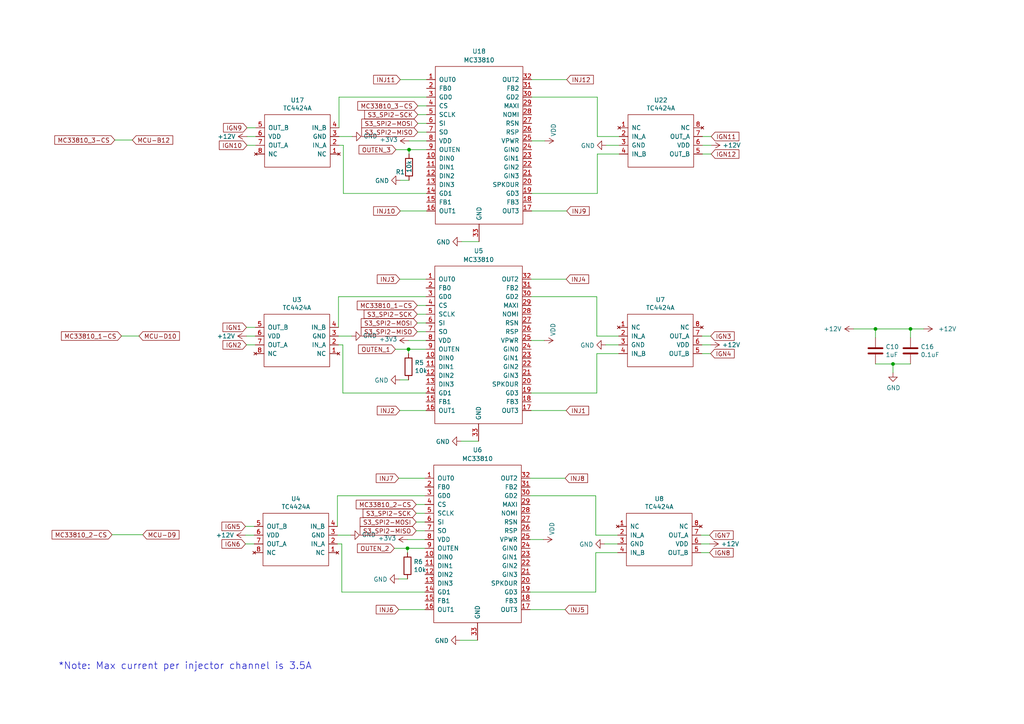
<source format=kicad_sch>
(kicad_sch (version 20230121) (generator eeschema)

  (uuid de6821ef-8258-4a6c-bf3c-f9a6698c97fe)

  (paper "A4")

  (lib_symbols
    (symbol "AeonLabs_Automotive:MC33810" (pin_names (offset 1.016)) (in_bom yes) (on_board yes)
      (property "Reference" "U6" (at -12.7 41.021 0)
        (effects (font (size 1.27 1.27)))
      )
      (property "Value" "MC33810" (at -12.7 38.7096 0)
        (effects (font (size 1.27 1.27)))
      )
      (property "Footprint" "AeonLabs_Automotive:mc33810 SOIC32-P0.65-33N" (at -10.16 -11.43 0)
        (effects (font (size 1.27 1.27)) hide)
      )
      (property "Datasheet" "" (at 0 0 0)
        (effects (font (size 1.27 1.27)) hide)
      )
      (property "Manufacturer_Part_Number" "MCZ33810EK" (at 0 0 0)
        (effects (font (size 1.27 1.27)) hide)
      )
      (property "Manufacturer_Name" "NXP" (at 0 0 0)
        (effects (font (size 1.27 1.27)) hide)
      )
      (property "URL" "https://au.mouser.com/ProductDetail/NXP-Semiconductors/MCZ33810EK?qs=sGAEpiMZZMvKM5ialpXrmvfCXFdxx390" (at 0 0 0)
        (effects (font (size 1.27 1.27)) hide)
      )
      (symbol "MC33810_0_0"
        (pin power_in line (at -12.7 -13.97 90) (length 5.08)
          (name "GND" (effects (font (size 1.27 1.27))))
          (number "33" (effects (font (size 1.27 1.27))))
        )
      )
      (symbol "MC33810_0_1"
        (rectangle (start -25.4 36.83) (end 0 -8.89)
          (stroke (width 0) (type default))
          (fill (type none))
        )
      )
      (symbol "MC33810_1_1"
        (pin output line (at -27.94 33.02 0) (length 2.54)
          (name "OUT0" (effects (font (size 1.27 1.27))))
          (number "1" (effects (font (size 1.27 1.27))))
        )
        (pin input line (at -27.94 10.16 0) (length 2.54)
          (name "DIN0" (effects (font (size 1.27 1.27))))
          (number "10" (effects (font (size 1.27 1.27))))
        )
        (pin input line (at -27.94 7.62 0) (length 2.54)
          (name "DIN1" (effects (font (size 1.27 1.27))))
          (number "11" (effects (font (size 1.27 1.27))))
        )
        (pin input line (at -27.94 5.08 0) (length 2.54)
          (name "DIN2" (effects (font (size 1.27 1.27))))
          (number "12" (effects (font (size 1.27 1.27))))
        )
        (pin input line (at -27.94 2.54 0) (length 2.54)
          (name "DIN3" (effects (font (size 1.27 1.27))))
          (number "13" (effects (font (size 1.27 1.27))))
        )
        (pin output line (at -27.94 0 0) (length 2.54)
          (name "GD1" (effects (font (size 1.27 1.27))))
          (number "14" (effects (font (size 1.27 1.27))))
        )
        (pin input line (at -27.94 -2.54 0) (length 2.54)
          (name "FB1" (effects (font (size 1.27 1.27))))
          (number "15" (effects (font (size 1.27 1.27))))
        )
        (pin output line (at -27.94 -5.08 0) (length 2.54)
          (name "OUT1" (effects (font (size 1.27 1.27))))
          (number "16" (effects (font (size 1.27 1.27))))
        )
        (pin output line (at 2.54 -5.08 180) (length 2.54)
          (name "OUT3" (effects (font (size 1.27 1.27))))
          (number "17" (effects (font (size 1.27 1.27))))
        )
        (pin input line (at 2.54 -2.54 180) (length 2.54)
          (name "FB3" (effects (font (size 1.27 1.27))))
          (number "18" (effects (font (size 1.27 1.27))))
        )
        (pin output line (at 2.54 0 180) (length 2.54)
          (name "GD3" (effects (font (size 1.27 1.27))))
          (number "19" (effects (font (size 1.27 1.27))))
        )
        (pin input line (at -27.94 30.48 0) (length 2.54)
          (name "FB0" (effects (font (size 1.27 1.27))))
          (number "2" (effects (font (size 1.27 1.27))))
        )
        (pin output line (at 2.54 2.54 180) (length 2.54)
          (name "SPKDUR" (effects (font (size 1.27 1.27))))
          (number "20" (effects (font (size 1.27 1.27))))
        )
        (pin input line (at 2.54 5.08 180) (length 2.54)
          (name "GIN3" (effects (font (size 1.27 1.27))))
          (number "21" (effects (font (size 1.27 1.27))))
        )
        (pin input line (at 2.54 7.62 180) (length 2.54)
          (name "GIN2" (effects (font (size 1.27 1.27))))
          (number "22" (effects (font (size 1.27 1.27))))
        )
        (pin input line (at 2.54 10.16 180) (length 2.54)
          (name "GIN1" (effects (font (size 1.27 1.27))))
          (number "23" (effects (font (size 1.27 1.27))))
        )
        (pin input line (at 2.54 12.7 180) (length 2.54)
          (name "GIN0" (effects (font (size 1.27 1.27))))
          (number "24" (effects (font (size 1.27 1.27))))
        )
        (pin power_in line (at 2.54 15.24 180) (length 2.54)
          (name "VPWR" (effects (font (size 1.27 1.27))))
          (number "25" (effects (font (size 1.27 1.27))))
        )
        (pin input line (at 2.54 17.78 180) (length 2.54)
          (name "RSP" (effects (font (size 1.27 1.27))))
          (number "26" (effects (font (size 1.27 1.27))))
        )
        (pin input line (at 2.54 20.32 180) (length 2.54)
          (name "RSN" (effects (font (size 1.27 1.27))))
          (number "27" (effects (font (size 1.27 1.27))))
        )
        (pin output line (at 2.54 22.86 180) (length 2.54)
          (name "NOMI" (effects (font (size 1.27 1.27))))
          (number "28" (effects (font (size 1.27 1.27))))
        )
        (pin output line (at 2.54 25.4 180) (length 2.54)
          (name "MAXI" (effects (font (size 1.27 1.27))))
          (number "29" (effects (font (size 1.27 1.27))))
        )
        (pin output line (at -27.94 27.94 0) (length 2.54)
          (name "GD0" (effects (font (size 1.27 1.27))))
          (number "3" (effects (font (size 1.27 1.27))))
        )
        (pin output line (at 2.54 27.94 180) (length 2.54)
          (name "GD2" (effects (font (size 1.27 1.27))))
          (number "30" (effects (font (size 1.27 1.27))))
        )
        (pin input line (at 2.54 30.48 180) (length 2.54)
          (name "FB2" (effects (font (size 1.27 1.27))))
          (number "31" (effects (font (size 1.27 1.27))))
        )
        (pin output line (at 2.54 33.02 180) (length 2.54)
          (name "OUT2" (effects (font (size 1.27 1.27))))
          (number "32" (effects (font (size 1.27 1.27))))
        )
        (pin input line (at -27.94 25.4 0) (length 2.54)
          (name "CS" (effects (font (size 1.27 1.27))))
          (number "4" (effects (font (size 1.27 1.27))))
        )
        (pin input line (at -27.94 22.86 0) (length 2.54)
          (name "SCLK" (effects (font (size 1.27 1.27))))
          (number "5" (effects (font (size 1.27 1.27))))
        )
        (pin input line (at -27.94 20.32 0) (length 2.54)
          (name "SI" (effects (font (size 1.27 1.27))))
          (number "6" (effects (font (size 1.27 1.27))))
        )
        (pin output line (at -27.94 17.78 0) (length 2.54)
          (name "SO" (effects (font (size 1.27 1.27))))
          (number "7" (effects (font (size 1.27 1.27))))
        )
        (pin input line (at -27.94 15.24 0) (length 2.54)
          (name "VDD" (effects (font (size 1.27 1.27))))
          (number "8" (effects (font (size 1.27 1.27))))
        )
        (pin input line (at -27.94 12.7 0) (length 2.54)
          (name "OUTEN" (effects (font (size 1.27 1.27))))
          (number "9" (effects (font (size 1.27 1.27))))
        )
      )
    )
    (symbol "Device:C" (pin_numbers hide) (pin_names (offset 0.254)) (in_bom yes) (on_board yes)
      (property "Reference" "C" (at 0.635 2.54 0)
        (effects (font (size 1.27 1.27)) (justify left))
      )
      (property "Value" "C" (at 0.635 -2.54 0)
        (effects (font (size 1.27 1.27)) (justify left))
      )
      (property "Footprint" "" (at 0.9652 -3.81 0)
        (effects (font (size 1.27 1.27)) hide)
      )
      (property "Datasheet" "~" (at 0 0 0)
        (effects (font (size 1.27 1.27)) hide)
      )
      (property "ki_keywords" "cap capacitor" (at 0 0 0)
        (effects (font (size 1.27 1.27)) hide)
      )
      (property "ki_description" "Unpolarized capacitor" (at 0 0 0)
        (effects (font (size 1.27 1.27)) hide)
      )
      (property "ki_fp_filters" "C_*" (at 0 0 0)
        (effects (font (size 1.27 1.27)) hide)
      )
      (symbol "C_0_1"
        (polyline
          (pts
            (xy -2.032 -0.762)
            (xy 2.032 -0.762)
          )
          (stroke (width 0.508) (type default))
          (fill (type none))
        )
        (polyline
          (pts
            (xy -2.032 0.762)
            (xy 2.032 0.762)
          )
          (stroke (width 0.508) (type default))
          (fill (type none))
        )
      )
      (symbol "C_1_1"
        (pin passive line (at 0 3.81 270) (length 2.794)
          (name "~" (effects (font (size 1.27 1.27))))
          (number "1" (effects (font (size 1.27 1.27))))
        )
        (pin passive line (at 0 -3.81 90) (length 2.794)
          (name "~" (effects (font (size 1.27 1.27))))
          (number "2" (effects (font (size 1.27 1.27))))
        )
      )
    )
    (symbol "Device:R" (pin_numbers hide) (pin_names (offset 0)) (in_bom yes) (on_board yes)
      (property "Reference" "R" (at 2.032 0 90)
        (effects (font (size 1.27 1.27)))
      )
      (property "Value" "R" (at 0 0 90)
        (effects (font (size 1.27 1.27)))
      )
      (property "Footprint" "" (at -1.778 0 90)
        (effects (font (size 1.27 1.27)) hide)
      )
      (property "Datasheet" "~" (at 0 0 0)
        (effects (font (size 1.27 1.27)) hide)
      )
      (property "ki_keywords" "R res resistor" (at 0 0 0)
        (effects (font (size 1.27 1.27)) hide)
      )
      (property "ki_description" "Resistor" (at 0 0 0)
        (effects (font (size 1.27 1.27)) hide)
      )
      (property "ki_fp_filters" "R_*" (at 0 0 0)
        (effects (font (size 1.27 1.27)) hide)
      )
      (symbol "R_0_1"
        (rectangle (start -1.016 -2.54) (end 1.016 2.54)
          (stroke (width 0.254) (type default))
          (fill (type none))
        )
      )
      (symbol "R_1_1"
        (pin passive line (at 0 3.81 270) (length 1.27)
          (name "~" (effects (font (size 1.27 1.27))))
          (number "1" (effects (font (size 1.27 1.27))))
        )
        (pin passive line (at 0 -3.81 90) (length 1.27)
          (name "~" (effects (font (size 1.27 1.27))))
          (number "2" (effects (font (size 1.27 1.27))))
        )
      )
    )
    (symbol "IC_Automotive:TC4424A" (pin_names (offset 1.016)) (in_bom yes) (on_board yes)
      (property "Reference" "U" (at -7.62 38.1 0)
        (effects (font (size 1.27 1.27)))
      )
      (property "Value" "TC4424A" (at -15.24 38.1 0)
        (effects (font (size 1.27 1.27)))
      )
      (property "Footprint" "Package_SO:SOIC-8_3.9x4.9mm_P1.27mm" (at -10.16 -11.43 0)
        (effects (font (size 1.27 1.27)) hide)
      )
      (property "Datasheet" "" (at 0 0 0)
        (effects (font (size 1.27 1.27)) hide)
      )
      (symbol "TC4424A_0_1"
        (rectangle (start -25.4 36.83) (end -6.35 21.59)
          (stroke (width 0) (type default))
          (fill (type none))
        )
      )
      (symbol "TC4424A_1_1"
        (pin no_connect line (at -27.94 33.02 0) (length 2.54)
          (name "NC" (effects (font (size 1.27 1.27))))
          (number "1" (effects (font (size 1.27 1.27))))
        )
        (pin input line (at -27.94 30.48 0) (length 2.54)
          (name "IN_A" (effects (font (size 1.27 1.27))))
          (number "2" (effects (font (size 1.27 1.27))))
        )
        (pin power_in line (at -27.94 27.94 0) (length 2.54)
          (name "GND" (effects (font (size 1.27 1.27))))
          (number "3" (effects (font (size 1.27 1.27))))
        )
        (pin input line (at -27.94 25.4 0) (length 2.54)
          (name "IN_B" (effects (font (size 1.27 1.27))))
          (number "4" (effects (font (size 1.27 1.27))))
        )
        (pin input line (at -3.81 25.4 180) (length 2.54)
          (name "OUT_B" (effects (font (size 1.27 1.27))))
          (number "5" (effects (font (size 1.27 1.27))))
        )
        (pin power_in line (at -3.81 27.94 180) (length 2.54)
          (name "VDD" (effects (font (size 1.27 1.27))))
          (number "6" (effects (font (size 1.27 1.27))))
        )
        (pin output line (at -3.81 30.48 180) (length 2.54)
          (name "OUT_A" (effects (font (size 1.27 1.27))))
          (number "7" (effects (font (size 1.27 1.27))))
        )
        (pin no_connect line (at -3.81 33.02 180) (length 2.54)
          (name "NC" (effects (font (size 1.27 1.27))))
          (number "8" (effects (font (size 1.27 1.27))))
        )
      )
    )
    (symbol "power:+12V" (power) (pin_names (offset 0)) (in_bom yes) (on_board yes)
      (property "Reference" "#PWR" (at 0 -3.81 0)
        (effects (font (size 1.27 1.27)) hide)
      )
      (property "Value" "+12V" (at 0 3.556 0)
        (effects (font (size 1.27 1.27)))
      )
      (property "Footprint" "" (at 0 0 0)
        (effects (font (size 1.27 1.27)) hide)
      )
      (property "Datasheet" "" (at 0 0 0)
        (effects (font (size 1.27 1.27)) hide)
      )
      (property "ki_keywords" "global power" (at 0 0 0)
        (effects (font (size 1.27 1.27)) hide)
      )
      (property "ki_description" "Power symbol creates a global label with name \"+12V\"" (at 0 0 0)
        (effects (font (size 1.27 1.27)) hide)
      )
      (symbol "+12V_0_1"
        (polyline
          (pts
            (xy -0.762 1.27)
            (xy 0 2.54)
          )
          (stroke (width 0) (type default))
          (fill (type none))
        )
        (polyline
          (pts
            (xy 0 0)
            (xy 0 2.54)
          )
          (stroke (width 0) (type default))
          (fill (type none))
        )
        (polyline
          (pts
            (xy 0 2.54)
            (xy 0.762 1.27)
          )
          (stroke (width 0) (type default))
          (fill (type none))
        )
      )
      (symbol "+12V_1_1"
        (pin power_in line (at 0 0 90) (length 0) hide
          (name "+12V" (effects (font (size 1.27 1.27))))
          (number "1" (effects (font (size 1.27 1.27))))
        )
      )
    )
    (symbol "power:+3V3" (power) (pin_names (offset 0)) (in_bom yes) (on_board yes)
      (property "Reference" "#PWR" (at 0 -3.81 0)
        (effects (font (size 1.27 1.27)) hide)
      )
      (property "Value" "+3V3" (at 0 3.556 0)
        (effects (font (size 1.27 1.27)))
      )
      (property "Footprint" "" (at 0 0 0)
        (effects (font (size 1.27 1.27)) hide)
      )
      (property "Datasheet" "" (at 0 0 0)
        (effects (font (size 1.27 1.27)) hide)
      )
      (property "ki_keywords" "power-flag" (at 0 0 0)
        (effects (font (size 1.27 1.27)) hide)
      )
      (property "ki_description" "Power symbol creates a global label with name \"+3V3\"" (at 0 0 0)
        (effects (font (size 1.27 1.27)) hide)
      )
      (symbol "+3V3_0_1"
        (polyline
          (pts
            (xy -0.762 1.27)
            (xy 0 2.54)
          )
          (stroke (width 0) (type default))
          (fill (type none))
        )
        (polyline
          (pts
            (xy 0 0)
            (xy 0 2.54)
          )
          (stroke (width 0) (type default))
          (fill (type none))
        )
        (polyline
          (pts
            (xy 0 2.54)
            (xy 0.762 1.27)
          )
          (stroke (width 0) (type default))
          (fill (type none))
        )
      )
      (symbol "+3V3_1_1"
        (pin power_in line (at 0 0 90) (length 0) hide
          (name "+3V3" (effects (font (size 1.27 1.27))))
          (number "1" (effects (font (size 1.27 1.27))))
        )
      )
    )
    (symbol "power:GND" (power) (pin_names (offset 0)) (in_bom yes) (on_board yes)
      (property "Reference" "#PWR" (at 0 -6.35 0)
        (effects (font (size 1.27 1.27)) hide)
      )
      (property "Value" "GND" (at 0 -3.81 0)
        (effects (font (size 1.27 1.27)))
      )
      (property "Footprint" "" (at 0 0 0)
        (effects (font (size 1.27 1.27)) hide)
      )
      (property "Datasheet" "" (at 0 0 0)
        (effects (font (size 1.27 1.27)) hide)
      )
      (property "ki_keywords" "power-flag" (at 0 0 0)
        (effects (font (size 1.27 1.27)) hide)
      )
      (property "ki_description" "Power symbol creates a global label with name \"GND\" , ground" (at 0 0 0)
        (effects (font (size 1.27 1.27)) hide)
      )
      (symbol "GND_0_1"
        (polyline
          (pts
            (xy 0 0)
            (xy 0 -1.27)
            (xy 1.27 -1.27)
            (xy 0 -2.54)
            (xy -1.27 -1.27)
            (xy 0 -1.27)
          )
          (stroke (width 0) (type default))
          (fill (type none))
        )
      )
      (symbol "GND_1_1"
        (pin power_in line (at 0 0 270) (length 0) hide
          (name "GND" (effects (font (size 1.27 1.27))))
          (number "1" (effects (font (size 1.27 1.27))))
        )
      )
    )
    (symbol "power:VDD" (power) (pin_names (offset 0)) (in_bom yes) (on_board yes)
      (property "Reference" "#PWR" (at 0 -3.81 0)
        (effects (font (size 1.27 1.27)) hide)
      )
      (property "Value" "VDD" (at 0 3.81 0)
        (effects (font (size 1.27 1.27)))
      )
      (property "Footprint" "" (at 0 0 0)
        (effects (font (size 1.27 1.27)) hide)
      )
      (property "Datasheet" "" (at 0 0 0)
        (effects (font (size 1.27 1.27)) hide)
      )
      (property "ki_keywords" "power-flag" (at 0 0 0)
        (effects (font (size 1.27 1.27)) hide)
      )
      (property "ki_description" "Power symbol creates a global label with name \"VDD\"" (at 0 0 0)
        (effects (font (size 1.27 1.27)) hide)
      )
      (symbol "VDD_0_1"
        (polyline
          (pts
            (xy -0.762 1.27)
            (xy 0 2.54)
          )
          (stroke (width 0) (type default))
          (fill (type none))
        )
        (polyline
          (pts
            (xy 0 0)
            (xy 0 2.54)
          )
          (stroke (width 0) (type default))
          (fill (type none))
        )
        (polyline
          (pts
            (xy 0 2.54)
            (xy 0.762 1.27)
          )
          (stroke (width 0) (type default))
          (fill (type none))
        )
      )
      (symbol "VDD_1_1"
        (pin power_in line (at 0 0 90) (length 0) hide
          (name "VDD" (effects (font (size 1.27 1.27))))
          (number "1" (effects (font (size 1.27 1.27))))
        )
      )
    )
  )

  (junction (at 253.9238 95.4024) (diameter 0) (color 0 0 0 0)
    (uuid 0aa5d187-cd1b-434e-ac04-a4239ff779f5)
  )
  (junction (at 259.0038 105.5624) (diameter 0) (color 0 0 0 0)
    (uuid 83d87f61-1f49-4ebf-9b72-0d35038e0022)
  )
  (junction (at 264.0838 95.4024) (diameter 0) (color 0 0 0 0)
    (uuid 855ed567-09e1-4ac3-90b0-f7e25f211a13)
  )
  (junction (at 118.491 101.2952) (diameter 0) (color 0 0 0 0)
    (uuid 9a07ff57-f530-439d-995f-addf46a76d84)
  )
  (junction (at 118.6434 43.4086) (diameter 0) (color 0 0 0 0)
    (uuid d0590abe-0fc6-4ebc-9685-3fc37e537d59)
  )
  (junction (at 118.1862 159.0294) (diameter 0) (color 0 0 0 0)
    (uuid f71d9b50-8d4b-4b4f-b5f9-02538aa39cb9)
  )

  (wire (pts (xy 71.6534 37.0586) (xy 74.1934 37.0586))
    (stroke (width 0) (type default))
    (uuid 034b7e87-81e5-49a8-93d6-2383e060106b)
  )
  (wire (pts (xy 173.101 97.4852) (xy 173.101 86.0552))
    (stroke (width 0) (type default))
    (uuid 0382d676-2b50-459b-baff-c8b03316e008)
  )
  (wire (pts (xy 203.581 97.4852) (xy 206.121 97.4852))
    (stroke (width 0) (type default))
    (uuid 062bfe21-50bc-4c32-bf88-2a9a625d664f)
  )
  (wire (pts (xy 115.6462 176.8094) (xy 123.2662 176.8094))
    (stroke (width 0) (type default))
    (uuid 07c22c49-ddb0-4786-af01-f2fa46bfeab4)
  )
  (wire (pts (xy 121.1834 35.7886) (xy 123.7234 35.7886))
    (stroke (width 0) (type default))
    (uuid 09c3e657-ddc8-443a-8b7e-b8440af2f766)
  )
  (wire (pts (xy 118.6434 40.8686) (xy 123.7234 40.8686))
    (stroke (width 0) (type default))
    (uuid 0a75d812-f93e-4375-bb30-5cad439a5089)
  )
  (wire (pts (xy 203.7334 39.5986) (xy 206.2734 39.5986))
    (stroke (width 0) (type default))
    (uuid 0acb14d0-6844-43b7-b0c4-0a6cb7e2fcc5)
  )
  (wire (pts (xy 203.7334 44.6786) (xy 206.2734 44.6786))
    (stroke (width 0) (type default))
    (uuid 0b8ea06d-d282-4c07-bd00-f8a94d48d1b7)
  )
  (wire (pts (xy 206.2734 42.1386) (xy 203.7334 42.1386))
    (stroke (width 0) (type default))
    (uuid 0bd26d76-cab5-495b-b7fd-765f14bcbfe4)
  )
  (wire (pts (xy 99.441 113.9952) (xy 123.571 113.9952))
    (stroke (width 0) (type default))
    (uuid 0ff71ef1-ae64-43be-b6a2-9738b38e7cbe)
  )
  (wire (pts (xy 133.8834 70.0786) (xy 138.9634 70.0786))
    (stroke (width 0) (type default))
    (uuid 1050f3c8-18f4-4751-ac18-7692628d89fa)
  )
  (wire (pts (xy 99.1362 171.7294) (xy 123.2662 171.7294))
    (stroke (width 0) (type default))
    (uuid 137920d5-1813-4723-8f10-b19944f96332)
  )
  (wire (pts (xy 154.2034 23.0886) (xy 164.3634 23.0886))
    (stroke (width 0) (type default))
    (uuid 14dd3152-7086-413b-993c-c4acc6c3828e)
  )
  (wire (pts (xy 41.402 155.0924) (xy 32.512 155.0924))
    (stroke (width 0) (type default))
    (uuid 18824509-dd9a-4fc2-8c0e-e217ed58e26e)
  )
  (wire (pts (xy 120.7262 148.8694) (xy 123.2662 148.8694))
    (stroke (width 0) (type default))
    (uuid 1f47b111-a6b9-4cae-a1b2-f78b83253616)
  )
  (wire (pts (xy 116.1034 23.0886) (xy 123.7234 23.0886))
    (stroke (width 0) (type default))
    (uuid 1f8e42d7-68d0-4e2d-9971-b8e2ef8e3917)
  )
  (wire (pts (xy 158.0134 40.8686) (xy 154.2034 40.8686))
    (stroke (width 0) (type default))
    (uuid 216590a9-dad2-4f1f-a1ed-947da94edbdd)
  )
  (wire (pts (xy 114.681 101.2952) (xy 118.491 101.2952))
    (stroke (width 0) (type default))
    (uuid 23d837ba-dc5e-411c-9f2a-aada12ded467)
  )
  (wire (pts (xy 179.451 97.4852) (xy 173.101 97.4852))
    (stroke (width 0) (type default))
    (uuid 27d1d3b1-cb9d-4a07-9bd3-db466d34bdf7)
  )
  (wire (pts (xy 116.1034 52.2986) (xy 118.6434 52.2986))
    (stroke (width 0) (type default))
    (uuid 2edb5c66-2c3e-4315-af8d-46071863e75b)
  )
  (wire (pts (xy 120.7262 146.3294) (xy 123.2662 146.3294))
    (stroke (width 0) (type default))
    (uuid 2fe11c03-4335-4872-8a21-be0e2fcbe42a)
  )
  (wire (pts (xy 118.6434 44.6786) (xy 118.6434 43.4086))
    (stroke (width 0) (type default))
    (uuid 3366780e-1af5-480f-890b-230163076623)
  )
  (wire (pts (xy 123.7234 28.1686) (xy 98.3234 28.1686))
    (stroke (width 0) (type default))
    (uuid 33deed34-b310-403c-bcbe-829e89859056)
  )
  (wire (pts (xy 154.2034 61.1886) (xy 164.3634 61.1886))
    (stroke (width 0) (type default))
    (uuid 357eac6d-079e-4204-80e1-ee23f15c63a8)
  )
  (wire (pts (xy 172.7962 155.2194) (xy 172.7962 143.7894))
    (stroke (width 0) (type default))
    (uuid 35e5b680-2b79-441e-829b-39607386ce10)
  )
  (wire (pts (xy 173.101 86.0552) (xy 154.051 86.0552))
    (stroke (width 0) (type default))
    (uuid 38347f33-db21-46ea-8258-e3899bdd7af0)
  )
  (wire (pts (xy 173.2534 44.6786) (xy 173.2534 56.1086))
    (stroke (width 0) (type default))
    (uuid 393b92ea-0a9b-4ce6-9904-46ba479d9f68)
  )
  (wire (pts (xy 98.171 86.0552) (xy 98.171 94.9452))
    (stroke (width 0) (type default))
    (uuid 3b9a8e62-fda6-4a6f-99cf-a8e5b8b2f15f)
  )
  (wire (pts (xy 101.981 97.4852) (xy 98.171 97.4852))
    (stroke (width 0) (type default))
    (uuid 3d870d28-e03c-416e-8f71-efd0ebcb3cf2)
  )
  (wire (pts (xy 157.861 98.7552) (xy 154.051 98.7552))
    (stroke (width 0) (type default))
    (uuid 422a914e-8b99-4ff0-8ddf-1d6a3d23d7a7)
  )
  (wire (pts (xy 118.6434 43.4086) (xy 123.7234 43.4086))
    (stroke (width 0) (type default))
    (uuid 46151dc3-3649-4437-abff-91f2958c2a44)
  )
  (wire (pts (xy 71.6534 39.5986) (xy 74.1934 39.5986))
    (stroke (width 0) (type default))
    (uuid 47804180-30bb-4873-b3f3-7b0f6ad4a8e2)
  )
  (wire (pts (xy 157.5562 156.4894) (xy 153.7462 156.4894))
    (stroke (width 0) (type default))
    (uuid 4abe7c7b-24cc-41e9-b296-fdeac624ad3c)
  )
  (wire (pts (xy 179.1462 160.2994) (xy 172.7962 160.2994))
    (stroke (width 0) (type default))
    (uuid 4d70a61d-1af9-4258-a491-00672cec40d5)
  )
  (wire (pts (xy 71.1962 152.6794) (xy 73.7362 152.6794))
    (stroke (width 0) (type default))
    (uuid 51b4e0f1-48b2-4ac7-8975-7b22d50c0706)
  )
  (wire (pts (xy 101.6762 155.2194) (xy 97.8662 155.2194))
    (stroke (width 0) (type default))
    (uuid 53657ecb-eb18-424c-957c-7a8a38b84780)
  )
  (wire (pts (xy 175.641 100.0252) (xy 179.451 100.0252))
    (stroke (width 0) (type default))
    (uuid 55fc6c6e-a0a8-443c-9fc1-0029d2c25715)
  )
  (wire (pts (xy 264.0838 105.5624) (xy 259.0038 105.5624))
    (stroke (width 0) (type default))
    (uuid 583090cd-1918-4408-aee0-1b204613cfe4)
  )
  (wire (pts (xy 179.1462 155.2194) (xy 172.7962 155.2194))
    (stroke (width 0) (type default))
    (uuid 5ac988bf-7426-4f94-bc1d-c2086d3b7b97)
  )
  (wire (pts (xy 172.7962 143.7894) (xy 153.7462 143.7894))
    (stroke (width 0) (type default))
    (uuid 5f8faae4-ef37-4fd2-bda1-cf2eb8cb91b1)
  )
  (wire (pts (xy 154.051 80.9752) (xy 164.211 80.9752))
    (stroke (width 0) (type default))
    (uuid 61980f91-e665-4dcd-b52a-0c0969801338)
  )
  (wire (pts (xy 102.1334 39.5986) (xy 98.3234 39.5986))
    (stroke (width 0) (type default))
    (uuid 6460979e-ac72-402a-a294-e806b7a16619)
  )
  (wire (pts (xy 35.2298 97.4598) (xy 40.3098 97.4598))
    (stroke (width 0) (type default))
    (uuid 67891183-5599-4c09-ba92-73980c152afe)
  )
  (wire (pts (xy 120.7262 151.4094) (xy 123.2662 151.4094))
    (stroke (width 0) (type default))
    (uuid 68fc3e81-6550-470a-a28e-402e5fd6ffa7)
  )
  (wire (pts (xy 173.101 113.9952) (xy 154.051 113.9952))
    (stroke (width 0) (type default))
    (uuid 6a132351-5f66-4d92-b138-f9552322316f)
  )
  (wire (pts (xy 153.7462 176.8094) (xy 163.9062 176.8094))
    (stroke (width 0) (type default))
    (uuid 6ba81f5c-b31b-47f8-a9a3-5f6079f5e5ce)
  )
  (wire (pts (xy 118.1862 159.0294) (xy 123.2662 159.0294))
    (stroke (width 0) (type default))
    (uuid 6fa6a77c-bf93-4738-9c5e-49cf50118ae0)
  )
  (wire (pts (xy 253.9238 97.9424) (xy 253.9238 95.4024))
    (stroke (width 0) (type default))
    (uuid 7054d370-b592-4b76-9916-601c7db6771a)
  )
  (wire (pts (xy 123.571 86.0552) (xy 98.171 86.0552))
    (stroke (width 0) (type default))
    (uuid 71b376bb-bbdf-45c4-a840-006107c9c251)
  )
  (wire (pts (xy 121.1834 30.7086) (xy 123.7234 30.7086))
    (stroke (width 0) (type default))
    (uuid 7214279c-0a47-4745-89c6-dd236bb617ba)
  )
  (wire (pts (xy 179.6034 39.5986) (xy 173.2534 39.5986))
    (stroke (width 0) (type default))
    (uuid 749ee181-c47a-4ea0-a9b4-14c76e38cb0f)
  )
  (wire (pts (xy 71.501 100.0252) (xy 74.041 100.0252))
    (stroke (width 0) (type default))
    (uuid 781317a1-93cd-4fe7-ab34-c482ef165d31)
  )
  (wire (pts (xy 267.8938 95.4024) (xy 264.0838 95.4024))
    (stroke (width 0) (type default))
    (uuid 79e0093e-0c48-45d1-8201-d8c495955e44)
  )
  (wire (pts (xy 172.7962 160.2994) (xy 172.7962 171.7294))
    (stroke (width 0) (type default))
    (uuid 7ae865ae-b81c-4abc-9869-19c0005c400c)
  )
  (wire (pts (xy 99.5934 56.1086) (xy 123.7234 56.1086))
    (stroke (width 0) (type default))
    (uuid 7bf2e24e-59de-466a-a747-667f30e473eb)
  )
  (wire (pts (xy 114.8334 43.4086) (xy 118.6434 43.4086))
    (stroke (width 0) (type default))
    (uuid 7bf74bcd-8a3b-4bbc-9730-7a870db54f7f)
  )
  (wire (pts (xy 71.501 97.4852) (xy 74.041 97.4852))
    (stroke (width 0) (type default))
    (uuid 7f9ff757-5a51-4d3a-8637-c645f8fdbc63)
  )
  (wire (pts (xy 121.1834 38.3286) (xy 123.7234 38.3286))
    (stroke (width 0) (type default))
    (uuid 81d9a1f4-b26c-4c39-b17b-06b7d0938a39)
  )
  (wire (pts (xy 264.0838 95.4024) (xy 253.9238 95.4024))
    (stroke (width 0) (type default))
    (uuid 84cf4453-2e8f-4291-a518-c15e255d2112)
  )
  (wire (pts (xy 206.121 100.0252) (xy 203.581 100.0252))
    (stroke (width 0) (type default))
    (uuid 86ab8c43-2d83-4c49-9d71-42e57926dbe2)
  )
  (wire (pts (xy 121.031 96.2152) (xy 123.571 96.2152))
    (stroke (width 0) (type default))
    (uuid 8736e9c8-b62b-4fa4-ae8a-96b65253d2f1)
  )
  (wire (pts (xy 153.7462 138.7094) (xy 163.9062 138.7094))
    (stroke (width 0) (type default))
    (uuid 88bce3f0-fec4-4318-8036-0e61ff58826c)
  )
  (wire (pts (xy 118.491 101.2952) (xy 123.571 101.2952))
    (stroke (width 0) (type default))
    (uuid 925aa975-acb4-40c2-9c04-99557189f722)
  )
  (wire (pts (xy 203.2762 155.2194) (xy 205.8162 155.2194))
    (stroke (width 0) (type default))
    (uuid 956e06cf-62a1-4b5a-aeb3-e6f655164f74)
  )
  (wire (pts (xy 97.8662 157.7594) (xy 99.1362 157.7594))
    (stroke (width 0) (type default))
    (uuid 986a9ddd-4455-435e-8d56-665102d58092)
  )
  (wire (pts (xy 259.0038 108.1024) (xy 259.0038 105.5624))
    (stroke (width 0) (type default))
    (uuid 9c497e2c-fb11-4a31-9789-3f114eb5df67)
  )
  (wire (pts (xy 118.1862 160.2994) (xy 118.1862 159.0294))
    (stroke (width 0) (type default))
    (uuid 9eb65f38-749a-4f1c-ab54-5a72dbfee0c6)
  )
  (wire (pts (xy 173.2534 56.1086) (xy 154.2034 56.1086))
    (stroke (width 0) (type default))
    (uuid a0781afa-2405-4c24-bab6-6a9a499fd7dd)
  )
  (wire (pts (xy 173.2534 39.5986) (xy 173.2534 28.1686))
    (stroke (width 0) (type default))
    (uuid a0c3b309-7857-4667-a986-b45f7b86dd89)
  )
  (wire (pts (xy 179.451 102.5652) (xy 173.101 102.5652))
    (stroke (width 0) (type default))
    (uuid a12f7b62-7be9-4aa3-a85b-c8cb27e5bf49)
  )
  (wire (pts (xy 116.1034 61.1886) (xy 123.7234 61.1886))
    (stroke (width 0) (type default))
    (uuid a9990d8d-0299-4e3d-94ae-7159bcc329f8)
  )
  (wire (pts (xy 121.031 93.6752) (xy 123.571 93.6752))
    (stroke (width 0) (type default))
    (uuid aa2b8f2b-944b-4173-a46a-0eb096c15b4f)
  )
  (wire (pts (xy 115.6462 167.9194) (xy 118.1862 167.9194))
    (stroke (width 0) (type default))
    (uuid aa4bcd04-dc36-4228-96e6-94c1031c6933)
  )
  (wire (pts (xy 98.3234 28.1686) (xy 98.3234 37.0586))
    (stroke (width 0) (type default))
    (uuid ae808867-dd66-4d79-8a37-5598e9bd85aa)
  )
  (wire (pts (xy 99.1362 157.7594) (xy 99.1362 171.7294))
    (stroke (width 0) (type default))
    (uuid af0f123e-c34f-4c2f-93ba-873cf1bbf070)
  )
  (wire (pts (xy 179.6034 44.6786) (xy 173.2534 44.6786))
    (stroke (width 0) (type default))
    (uuid af95808b-0e2a-484c-af0d-8e98f7b58196)
  )
  (wire (pts (xy 118.491 98.7552) (xy 123.571 98.7552))
    (stroke (width 0) (type default))
    (uuid b06e56ca-8204-4746-8dfa-99885562776b)
  )
  (wire (pts (xy 71.6534 42.1386) (xy 74.1934 42.1386))
    (stroke (width 0) (type default))
    (uuid b18cb2ad-545a-4bc3-8728-6d696b1d3875)
  )
  (wire (pts (xy 203.581 102.5652) (xy 206.121 102.5652))
    (stroke (width 0) (type default))
    (uuid b238b697-aa1a-48c1-94dc-f87c7c856aeb)
  )
  (wire (pts (xy 173.2534 28.1686) (xy 154.2034 28.1686))
    (stroke (width 0) (type default))
    (uuid b689298f-d435-4005-9421-397630637b2c)
  )
  (wire (pts (xy 121.031 91.1352) (xy 123.571 91.1352))
    (stroke (width 0) (type default))
    (uuid c17299c3-8f60-4082-9be0-bbabc66e38fd)
  )
  (wire (pts (xy 33.2994 40.6146) (xy 38.3794 40.6146))
    (stroke (width 0) (type default))
    (uuid c2e5eb04-90f9-4610-b652-6465d28e8ec0)
  )
  (wire (pts (xy 173.101 102.5652) (xy 173.101 113.9952))
    (stroke (width 0) (type default))
    (uuid c4587029-7976-42ee-b58c-7caa0906b2a7)
  )
  (wire (pts (xy 71.1962 157.7594) (xy 73.7362 157.7594))
    (stroke (width 0) (type default))
    (uuid c9666a51-56e8-4e1c-a5a2-7388ec0c12a3)
  )
  (wire (pts (xy 114.3762 159.0294) (xy 118.1862 159.0294))
    (stroke (width 0) (type default))
    (uuid c9a98194-44eb-4d5a-adbb-1183204fb91d)
  )
  (wire (pts (xy 115.951 110.1852) (xy 118.491 110.1852))
    (stroke (width 0) (type default))
    (uuid c9ce1a3e-47c7-44d0-b996-b5e1371944d4)
  )
  (wire (pts (xy 253.9238 95.4024) (xy 247.5738 95.4024))
    (stroke (width 0) (type default))
    (uuid cc90fba5-c4b5-4c30-aa34-25f521c17375)
  )
  (wire (pts (xy 118.1862 156.4894) (xy 123.2662 156.4894))
    (stroke (width 0) (type default))
    (uuid cf631920-d354-41ab-a93e-b83d0380f454)
  )
  (wire (pts (xy 97.8662 143.7894) (xy 97.8662 152.6794))
    (stroke (width 0) (type default))
    (uuid d1a56fb5-e335-4f1a-8163-b9b94e9de91e)
  )
  (wire (pts (xy 120.7262 153.9494) (xy 123.2662 153.9494))
    (stroke (width 0) (type default))
    (uuid d26f4dea-9296-4c15-8b70-9dbb87d14c0a)
  )
  (wire (pts (xy 115.951 119.0752) (xy 123.571 119.0752))
    (stroke (width 0) (type default))
    (uuid d2cf6259-1969-4081-84ce-29cf52509b64)
  )
  (wire (pts (xy 133.731 127.9652) (xy 138.811 127.9652))
    (stroke (width 0) (type default))
    (uuid d438f5bb-9755-4b0f-b71a-8f149e19916e)
  )
  (wire (pts (xy 115.6462 138.7094) (xy 123.2662 138.7094))
    (stroke (width 0) (type default))
    (uuid d4d4cfdf-2728-4942-ae18-33d1a4ac7ff7)
  )
  (wire (pts (xy 99.441 100.0252) (xy 98.171 100.0252))
    (stroke (width 0) (type default))
    (uuid d72f7690-5b05-4a6d-ae03-e5d77c1057f7)
  )
  (wire (pts (xy 203.2762 160.2994) (xy 205.8162 160.2994))
    (stroke (width 0) (type default))
    (uuid ddffe3de-ff82-462e-846a-d76b238948c4)
  )
  (wire (pts (xy 71.1962 155.2194) (xy 73.7362 155.2194))
    (stroke (width 0) (type default))
    (uuid df607777-e0aa-430b-91e1-ca5304355939)
  )
  (wire (pts (xy 99.5934 56.1086) (xy 99.5934 42.1386))
    (stroke (width 0) (type default))
    (uuid e02d1901-8756-4d83-9b1f-015840a2183b)
  )
  (wire (pts (xy 205.8162 157.7594) (xy 203.2762 157.7594))
    (stroke (width 0) (type default))
    (uuid e03e61ca-23ea-46be-bad8-66ee27ce7be6)
  )
  (wire (pts (xy 133.4262 185.6994) (xy 138.5062 185.6994))
    (stroke (width 0) (type default))
    (uuid e8d050f3-37eb-408d-9e54-fd52bfb37550)
  )
  (wire (pts (xy 71.501 94.9452) (xy 74.041 94.9452))
    (stroke (width 0) (type default))
    (uuid e946a36e-67b2-419a-ac8a-126b54b7a366)
  )
  (wire (pts (xy 115.951 80.9752) (xy 123.571 80.9752))
    (stroke (width 0) (type default))
    (uuid ed1228e2-d501-44d5-aed3-8e7ceb0701fb)
  )
  (wire (pts (xy 99.441 113.9952) (xy 99.441 100.0252))
    (stroke (width 0) (type default))
    (uuid f0610c5b-b4dd-4dd6-93c5-2f2fae809af6)
  )
  (wire (pts (xy 154.051 119.0752) (xy 164.211 119.0752))
    (stroke (width 0) (type default))
    (uuid f26c481d-d67e-4482-a7d9-6f79748d485a)
  )
  (wire (pts (xy 172.7962 171.7294) (xy 153.7462 171.7294))
    (stroke (width 0) (type default))
    (uuid f3bebbb7-1f61-4510-8531-a0bb39cddf62)
  )
  (wire (pts (xy 118.491 102.5652) (xy 118.491 101.2952))
    (stroke (width 0) (type default))
    (uuid f4b00c54-9ad1-49cc-a893-af751b7bbde3)
  )
  (wire (pts (xy 175.7934 42.1386) (xy 179.6034 42.1386))
    (stroke (width 0) (type default))
    (uuid f4d7989f-e336-4629-ac21-d28b087c3a60)
  )
  (wire (pts (xy 264.0838 97.9424) (xy 264.0838 95.4024))
    (stroke (width 0) (type default))
    (uuid f582a032-2f09-4662-8757-5c8bf0aa1311)
  )
  (wire (pts (xy 123.2662 143.7894) (xy 97.8662 143.7894))
    (stroke (width 0) (type default))
    (uuid f74c1147-0f6c-4852-95d4-43a254720c79)
  )
  (wire (pts (xy 259.0038 105.5624) (xy 253.9238 105.5624))
    (stroke (width 0) (type default))
    (uuid f88362d2-4cb0-4f5f-872f-1848d7137873)
  )
  (wire (pts (xy 121.1834 33.2486) (xy 123.7234 33.2486))
    (stroke (width 0) (type default))
    (uuid f8d9adc7-e32b-4f39-abbf-b19b87bb2561)
  )
  (wire (pts (xy 99.5934 42.1386) (xy 98.3234 42.1386))
    (stroke (width 0) (type default))
    (uuid fa8c7f95-03b9-48b7-8ace-bf2c9b26ba4b)
  )
  (wire (pts (xy 175.3362 157.7594) (xy 179.1462 157.7594))
    (stroke (width 0) (type default))
    (uuid fc21db43-1d7f-4b2d-9bea-fe80258ad93c)
  )
  (wire (pts (xy 121.031 88.5952) (xy 123.571 88.5952))
    (stroke (width 0) (type default))
    (uuid fedde63b-d73d-4d41-ae8c-b9671aa831d8)
  )

  (text "*Note: Max current per injector channel is 3.5A" (at 16.891 194.437 0)
    (effects (font (size 2.0066 2.0066)) (justify left bottom))
    (uuid 047aa3bb-6884-4df5-83ed-7ea551b329b1)
  )

  (global_label "S3_SPI2-SCK" (shape input) (at 120.7262 148.8694 180) (fields_autoplaced)
    (effects (font (size 1.27 1.27)) (justify right))
    (uuid 05b6028e-ddd6-4fae-b0bf-010e082e6d4a)
    (property "Intersheetrefs" "${INTERSHEET_REFS}" (at 105.3929 148.8694 0)
      (effects (font (size 1.27 1.27)) (justify right) hide)
    )
  )
  (global_label "S3_SPI2-MOSI" (shape input) (at 121.031 93.6752 180) (fields_autoplaced)
    (effects (font (size 1.27 1.27)) (justify right))
    (uuid 0cd13d8c-7c7f-4c00-9191-6a5b65913403)
    (property "Intersheetrefs" "${INTERSHEET_REFS}" (at 104.851 93.6752 0)
      (effects (font (size 1.27 1.27)) (justify right) hide)
    )
  )
  (global_label "IGN2" (shape input) (at 71.501 100.0252 180) (fields_autoplaced)
    (effects (font (size 1.27 1.27)) (justify right))
    (uuid 1ca6462a-2369-4e8c-8dbd-bb04749e25f4)
    (property "Intersheetrefs" "${INTERSHEET_REFS}" (at 64.8346 100.0252 0)
      (effects (font (size 1.27 1.27)) (justify right) hide)
    )
  )
  (global_label "INJ3" (shape input) (at 115.951 80.9752 180) (fields_autoplaced)
    (effects (font (size 1.27 1.27)) (justify right))
    (uuid 2150e35f-bddb-46e5-a853-9afc71c0830d)
    (property "Intersheetrefs" "${INTERSHEET_REFS}" (at 109.587 80.9752 0)
      (effects (font (size 1.27 1.27)) (justify right) hide)
    )
  )
  (global_label "S3_SPI2-MISO" (shape input) (at 121.1834 38.3286 180) (fields_autoplaced)
    (effects (font (size 1.27 1.27)) (justify right))
    (uuid 281f11a0-a2da-4ca7-a90a-2e86752cf82e)
    (property "Intersheetrefs" "${INTERSHEET_REFS}" (at 105.0034 38.3286 0)
      (effects (font (size 1.27 1.27)) (justify right) hide)
    )
  )
  (global_label "IGN4" (shape input) (at 206.121 102.5652 0) (fields_autoplaced)
    (effects (font (size 1.27 1.27)) (justify left))
    (uuid 2c4cd8f5-49c1-4528-a193-0d34c4c44f2c)
    (property "Intersheetrefs" "${INTERSHEET_REFS}" (at 212.7874 102.5652 0)
      (effects (font (size 1.27 1.27)) (justify left) hide)
    )
  )
  (global_label "INJ7" (shape input) (at 115.6462 138.7094 180) (fields_autoplaced)
    (effects (font (size 1.27 1.27)) (justify right))
    (uuid 2dac3182-5f0b-4cda-b1db-074e7fa6eda2)
    (property "Intersheetrefs" "${INTERSHEET_REFS}" (at 109.2822 138.7094 0)
      (effects (font (size 1.27 1.27)) (justify right) hide)
    )
  )
  (global_label "S3_SPI2-MISO" (shape input) (at 120.7262 153.9494 180) (fields_autoplaced)
    (effects (font (size 1.27 1.27)) (justify right))
    (uuid 30bf17ce-c181-4b89-8c5b-8b276a8bfaaa)
    (property "Intersheetrefs" "${INTERSHEET_REFS}" (at 104.5462 153.9494 0)
      (effects (font (size 1.27 1.27)) (justify right) hide)
    )
  )
  (global_label "INJ9" (shape input) (at 164.3634 61.1886 0) (fields_autoplaced)
    (effects (font (size 1.27 1.27)) (justify left))
    (uuid 321f032f-0011-4559-ab36-e9318599bb25)
    (property "Intersheetrefs" "${INTERSHEET_REFS}" (at 170.8068 61.1886 0)
      (effects (font (size 1.27 1.27)) (justify left) hide)
    )
  )
  (global_label "IGN5" (shape input) (at 71.1962 152.6794 180) (fields_autoplaced)
    (effects (font (size 1.27 1.27)) (justify right))
    (uuid 35a8d4cc-4bbc-49c6-8023-e7b98daa01b6)
    (property "Intersheetrefs" "${INTERSHEET_REFS}" (at 64.5298 152.6794 0)
      (effects (font (size 1.27 1.27)) (justify right) hide)
    )
  )
  (global_label "IGN6" (shape input) (at 71.1962 157.7594 180) (fields_autoplaced)
    (effects (font (size 1.27 1.27)) (justify right))
    (uuid 3a219f63-a938-472a-a309-90297373c1b9)
    (property "Intersheetrefs" "${INTERSHEET_REFS}" (at 64.5298 157.7594 0)
      (effects (font (size 1.27 1.27)) (justify right) hide)
    )
  )
  (global_label "S3_SPI2-SCK" (shape input) (at 121.1834 33.2486 180) (fields_autoplaced)
    (effects (font (size 1.27 1.27)) (justify right))
    (uuid 3bf72174-30dc-4e2a-a94a-3eda49631d35)
    (property "Intersheetrefs" "${INTERSHEET_REFS}" (at 105.8501 33.2486 0)
      (effects (font (size 1.27 1.27)) (justify right) hide)
    )
  )
  (global_label "IGN8" (shape input) (at 205.8162 160.2994 0) (fields_autoplaced)
    (effects (font (size 1.27 1.27)) (justify left))
    (uuid 3dcbf7e5-a780-40f8-9400-d5022a84b1cf)
    (property "Intersheetrefs" "${INTERSHEET_REFS}" (at 212.4826 160.2994 0)
      (effects (font (size 1.27 1.27)) (justify left) hide)
    )
  )
  (global_label "IGN10" (shape input) (at 71.6534 42.1386 180) (fields_autoplaced)
    (effects (font (size 1.27 1.27)) (justify right))
    (uuid 4028d88e-49d1-4da1-bad2-cefa50d49535)
    (property "Intersheetrefs" "${INTERSHEET_REFS}" (at 63.6981 42.1386 0)
      (effects (font (size 1.27 1.27)) (justify right) hide)
    )
  )
  (global_label "MC33810_3-CS" (shape input) (at 121.1834 30.7086 180) (fields_autoplaced)
    (effects (font (size 1.27 1.27)) (justify right))
    (uuid 436e8258-afcd-4400-826b-59883f1caf9b)
    (property "Intersheetrefs" "${INTERSHEET_REFS}" (at 103.8545 30.7086 0)
      (effects (font (size 1.27 1.27)) (justify right) hide)
    )
  )
  (global_label "MCU-D9" (shape input) (at 41.402 155.0924 0) (fields_autoplaced)
    (effects (font (size 1.27 1.27)) (justify left))
    (uuid 4674aa0b-b56c-454e-a4bf-8ed79c385e5e)
    (property "Intersheetrefs" "${INTERSHEET_REFS}" (at 51.7574 155.0924 0)
      (effects (font (size 1.27 1.27)) (justify left) hide)
    )
  )
  (global_label "INJ8" (shape input) (at 163.9062 138.7094 0) (fields_autoplaced)
    (effects (font (size 1.27 1.27)) (justify left))
    (uuid 4711452b-5a8f-4586-ac69-40cff1591d5c)
    (property "Intersheetrefs" "${INTERSHEET_REFS}" (at 170.2702 138.7094 0)
      (effects (font (size 1.27 1.27)) (justify left) hide)
    )
  )
  (global_label "S3_SPI2-MISO" (shape input) (at 121.031 96.2152 180) (fields_autoplaced)
    (effects (font (size 1.27 1.27)) (justify right))
    (uuid 47e225cf-53fb-4dd9-b1df-13a2c6cb8b90)
    (property "Intersheetrefs" "${INTERSHEET_REFS}" (at 104.851 96.2152 0)
      (effects (font (size 1.27 1.27)) (justify right) hide)
    )
  )
  (global_label "MCU-B12" (shape input) (at 38.3794 40.6146 0) (fields_autoplaced)
    (effects (font (size 1.27 1.27)) (justify left))
    (uuid 51da2046-a5c9-436c-8afb-03e2c784e995)
    (property "Intersheetrefs" "${INTERSHEET_REFS}" (at 50.0237 40.6146 0)
      (effects (font (size 1.27 1.27)) (justify left) hide)
    )
  )
  (global_label "IGN12" (shape input) (at 206.2734 44.6786 0) (fields_autoplaced)
    (effects (font (size 1.27 1.27)) (justify left))
    (uuid 521e347d-bdbc-45fb-917e-dca95557a90c)
    (property "Intersheetrefs" "${INTERSHEET_REFS}" (at 214.2287 44.6786 0)
      (effects (font (size 1.27 1.27)) (justify left) hide)
    )
  )
  (global_label "INJ4" (shape input) (at 164.211 80.9752 0) (fields_autoplaced)
    (effects (font (size 1.27 1.27)) (justify left))
    (uuid 53d9cd2a-b4e4-4ed4-a9a9-733d34ba0663)
    (property "Intersheetrefs" "${INTERSHEET_REFS}" (at 170.575 80.9752 0)
      (effects (font (size 1.27 1.27)) (justify left) hide)
    )
  )
  (global_label "IGN3" (shape input) (at 206.121 97.4852 0) (fields_autoplaced)
    (effects (font (size 1.27 1.27)) (justify left))
    (uuid 54d1b8c5-e296-4acb-b9b5-05aa59a1a85b)
    (property "Intersheetrefs" "${INTERSHEET_REFS}" (at 212.7874 97.4852 0)
      (effects (font (size 1.27 1.27)) (justify left) hide)
    )
  )
  (global_label "S3_SPI2-MOSI" (shape input) (at 121.1834 35.7886 180) (fields_autoplaced)
    (effects (font (size 1.27 1.27)) (justify right))
    (uuid 5ed2ef1c-999f-4b38-9da9-abebf3918671)
    (property "Intersheetrefs" "${INTERSHEET_REFS}" (at 105.0034 35.7886 0)
      (effects (font (size 1.27 1.27)) (justify right) hide)
    )
  )
  (global_label "OUTEN_1" (shape input) (at 114.681 101.2952 180) (fields_autoplaced)
    (effects (font (size 1.27 1.27)) (justify right))
    (uuid 5f85fd97-41c9-4095-8bcb-a496b4c28b9a)
    (property "Intersheetrefs" "${INTERSHEET_REFS}" (at 104.1442 101.2952 0)
      (effects (font (size 1.27 1.27)) (justify right) hide)
    )
  )
  (global_label "INJ6" (shape input) (at 115.6462 176.8094 180) (fields_autoplaced)
    (effects (font (size 1.27 1.27)) (justify right))
    (uuid 7b7b0a39-4c5a-4b75-b108-79e2ffeb37c7)
    (property "Intersheetrefs" "${INTERSHEET_REFS}" (at 109.2822 176.8094 0)
      (effects (font (size 1.27 1.27)) (justify right) hide)
    )
  )
  (global_label "OUTEN_2" (shape input) (at 114.3762 159.0294 180) (fields_autoplaced)
    (effects (font (size 1.27 1.27)) (justify right))
    (uuid 7bb6d470-881c-4d28-a138-a259a352235b)
    (property "Intersheetrefs" "${INTERSHEET_REFS}" (at 103.8394 159.0294 0)
      (effects (font (size 1.27 1.27)) (justify right) hide)
    )
  )
  (global_label "IGN7" (shape input) (at 205.8162 155.2194 0) (fields_autoplaced)
    (effects (font (size 1.27 1.27)) (justify left))
    (uuid 7c3d73da-34fb-4fca-9cd8-57a55c78d834)
    (property "Intersheetrefs" "${INTERSHEET_REFS}" (at 212.4826 155.2194 0)
      (effects (font (size 1.27 1.27)) (justify left) hide)
    )
  )
  (global_label "INJ2" (shape input) (at 115.951 119.0752 180) (fields_autoplaced)
    (effects (font (size 1.27 1.27)) (justify right))
    (uuid 7c507310-d715-4f1f-9c68-816d75b246e5)
    (property "Intersheetrefs" "${INTERSHEET_REFS}" (at 109.587 119.0752 0)
      (effects (font (size 1.27 1.27)) (justify right) hide)
    )
  )
  (global_label "S3_SPI2-MOSI" (shape input) (at 120.7262 151.4094 180) (fields_autoplaced)
    (effects (font (size 1.27 1.27)) (justify right))
    (uuid 820e4904-7468-4f98-bae0-7cfe5522c66f)
    (property "Intersheetrefs" "${INTERSHEET_REFS}" (at 104.5462 151.4094 0)
      (effects (font (size 1.27 1.27)) (justify right) hide)
    )
  )
  (global_label "MC33810_1-CS" (shape input) (at 121.031 88.5952 180) (fields_autoplaced)
    (effects (font (size 1.27 1.27)) (justify right))
    (uuid 88897601-4aa6-42dd-b5f1-af7c387cc9e5)
    (property "Intersheetrefs" "${INTERSHEET_REFS}" (at 103.7815 88.5952 0)
      (effects (font (size 1.27 1.27)) (justify right) hide)
    )
  )
  (global_label "IGN9" (shape input) (at 71.6534 37.0586 180) (fields_autoplaced)
    (effects (font (size 1.27 1.27)) (justify right))
    (uuid 8e266bd9-f801-4e10-a84e-947d1c3d1b1b)
    (property "Intersheetrefs" "${INTERSHEET_REFS}" (at 64.9076 37.0586 0)
      (effects (font (size 1.27 1.27)) (justify right) hide)
    )
  )
  (global_label "MCU-D10" (shape input) (at 40.3098 97.4598 0) (fields_autoplaced)
    (effects (font (size 1.27 1.27)) (justify left))
    (uuid 93dc74e4-1fd0-4653-81b5-57c0eaf28c1e)
    (property "Intersheetrefs" "${INTERSHEET_REFS}" (at 51.8747 97.4598 0)
      (effects (font (size 1.27 1.27)) (justify left) hide)
    )
  )
  (global_label "INJ5" (shape input) (at 163.9062 176.8094 0) (fields_autoplaced)
    (effects (font (size 1.27 1.27)) (justify left))
    (uuid 9bd7b0f4-4858-41cd-80d8-a5ab0d2203ac)
    (property "Intersheetrefs" "${INTERSHEET_REFS}" (at 170.2702 176.8094 0)
      (effects (font (size 1.27 1.27)) (justify left) hide)
    )
  )
  (global_label "IGN1" (shape input) (at 71.501 94.9452 180) (fields_autoplaced)
    (effects (font (size 1.27 1.27)) (justify right))
    (uuid 9ce0a5f7-3a13-4b8e-8def-0070d0424087)
    (property "Intersheetrefs" "${INTERSHEET_REFS}" (at 64.8346 94.9452 0)
      (effects (font (size 1.27 1.27)) (justify right) hide)
    )
  )
  (global_label "MC33810_3-CS" (shape input) (at 33.2994 40.6146 180) (fields_autoplaced)
    (effects (font (size 1.27 1.27)) (justify right))
    (uuid a87d1d26-76ac-44bf-ba4e-fdbe0c537f38)
    (property "Intersheetrefs" "${INTERSHEET_REFS}" (at 15.9705 40.6146 0)
      (effects (font (size 1.27 1.27)) (justify right) hide)
    )
  )
  (global_label "INJ11" (shape input) (at 116.1034 23.0886 180) (fields_autoplaced)
    (effects (font (size 1.27 1.27)) (justify right))
    (uuid b131c56d-d706-4983-adf1-8f14c666cf24)
    (property "Intersheetrefs" "${INTERSHEET_REFS}" (at 108.4505 23.0886 0)
      (effects (font (size 1.27 1.27)) (justify right) hide)
    )
  )
  (global_label "MC33810_1-CS" (shape input) (at 35.2298 97.4598 180) (fields_autoplaced)
    (effects (font (size 1.27 1.27)) (justify right))
    (uuid b1b74aee-c522-4f09-8a32-d988840903cc)
    (property "Intersheetrefs" "${INTERSHEET_REFS}" (at 17.9803 97.4598 0)
      (effects (font (size 1.27 1.27)) (justify right) hide)
    )
  )
  (global_label "S3_SPI2-SCK" (shape input) (at 121.031 91.1352 180) (fields_autoplaced)
    (effects (font (size 1.27 1.27)) (justify right))
    (uuid b7833928-351d-4c86-a068-fbb71ecfe693)
    (property "Intersheetrefs" "${INTERSHEET_REFS}" (at 105.6977 91.1352 0)
      (effects (font (size 1.27 1.27)) (justify right) hide)
    )
  )
  (global_label "INJ1" (shape input) (at 164.211 119.0752 0) (fields_autoplaced)
    (effects (font (size 1.27 1.27)) (justify left))
    (uuid b851e693-abef-4460-ba39-b9fc5999b058)
    (property "Intersheetrefs" "${INTERSHEET_REFS}" (at 170.575 119.0752 0)
      (effects (font (size 1.27 1.27)) (justify left) hide)
    )
  )
  (global_label "IGN11" (shape input) (at 206.2734 39.5986 0) (fields_autoplaced)
    (effects (font (size 1.27 1.27)) (justify left))
    (uuid b9efec46-3aa9-4083-a702-cdc3bcfd48b6)
    (property "Intersheetrefs" "${INTERSHEET_REFS}" (at 214.2287 39.5986 0)
      (effects (font (size 1.27 1.27)) (justify left) hide)
    )
  )
  (global_label "INJ12" (shape input) (at 164.3634 23.0886 0) (fields_autoplaced)
    (effects (font (size 1.27 1.27)) (justify left))
    (uuid bb14c058-ad3b-4b77-8a7d-6a6ac7626409)
    (property "Intersheetrefs" "${INTERSHEET_REFS}" (at 172.0163 23.0886 0)
      (effects (font (size 1.27 1.27)) (justify left) hide)
    )
  )
  (global_label "OUTEN_3" (shape input) (at 114.8334 43.4086 180) (fields_autoplaced)
    (effects (font (size 1.27 1.27)) (justify right))
    (uuid d3759bb0-c225-4deb-801b-0a3c6ea8fec9)
    (property "Intersheetrefs" "${INTERSHEET_REFS}" (at 104.2172 43.4086 0)
      (effects (font (size 1.27 1.27)) (justify right) hide)
    )
  )
  (global_label "MC33810_2-CS" (shape input) (at 32.512 155.0924 180) (fields_autoplaced)
    (effects (font (size 1.27 1.27)) (justify right))
    (uuid d9a0557d-2066-4762-9c78-538f77b8afeb)
    (property "Intersheetrefs" "${INTERSHEET_REFS}" (at 15.2625 155.0924 0)
      (effects (font (size 1.27 1.27)) (justify right) hide)
    )
  )
  (global_label "INJ10" (shape input) (at 116.1034 61.1886 180) (fields_autoplaced)
    (effects (font (size 1.27 1.27)) (justify right))
    (uuid e38842f7-5e94-472d-8231-3041b6760438)
    (property "Intersheetrefs" "${INTERSHEET_REFS}" (at 108.4505 61.1886 0)
      (effects (font (size 1.27 1.27)) (justify right) hide)
    )
  )
  (global_label "MC33810_2-CS" (shape input) (at 120.7262 146.3294 180) (fields_autoplaced)
    (effects (font (size 1.27 1.27)) (justify right))
    (uuid fbcf4427-f530-4045-84ee-05aa657351f4)
    (property "Intersheetrefs" "${INTERSHEET_REFS}" (at 103.4767 146.3294 0)
      (effects (font (size 1.27 1.27)) (justify right) hide)
    )
  )

  (symbol (lib_id "IC_Automotive:TC4424A") (at 207.391 127.9652 0) (unit 1)
    (in_bom yes) (on_board yes) (dnp no)
    (uuid 00000000-0000-0000-0000-00005cb430b9)
    (property "Reference" "U7" (at 191.516 86.9442 0)
      (effects (font (size 1.27 1.27)))
    )
    (property "Value" "TC4424A" (at 191.516 89.2556 0)
      (effects (font (size 1.27 1.27)))
    )
    (property "Footprint" "Package_SO:SOIC-8_3.9x4.9mm_P1.27mm" (at 197.231 139.3952 0)
      (effects (font (size 1.27 1.27)) hide)
    )
    (property "Datasheet" "" (at 207.391 127.9652 0)
      (effects (font (size 1.27 1.27)) hide)
    )
    (property "Digikey Part Number" "TC4424AVOA-ND" (at 207.391 127.9652 0)
      (effects (font (size 1.27 1.27)) hide)
    )
    (property "Manufacturer_Name" "Microchip" (at 207.391 127.9652 0)
      (effects (font (size 1.27 1.27)) hide)
    )
    (property "Manufacturer_Part_Number" "TC4424AVOA" (at 207.391 127.9652 0)
      (effects (font (size 1.27 1.27)) hide)
    )
    (property "URL" "https://www.digikey.com/product-detail/en/microchip-technology/TC4424AVOA/TC4424AVOA-ND/1098908" (at 207.391 127.9652 0)
      (effects (font (size 1.27 1.27)) hide)
    )
    (pin "1" (uuid bae50799-a68d-4680-9633-f84978e232c9))
    (pin "2" (uuid e65aed12-7984-4113-a392-3173244cd782))
    (pin "3" (uuid a2247195-33e5-414d-8328-7b02e89a41ec))
    (pin "4" (uuid da966f15-cdb4-49b6-95ef-3d26c97a5a04))
    (pin "5" (uuid 7fd0a2b4-542e-44c7-acbf-294bb4a0590c))
    (pin "6" (uuid 58a83e11-6bd2-48fa-bcd6-574ff33d7bf9))
    (pin "7" (uuid ed379ce2-f91a-44e2-861a-8bc4ed2fa16f))
    (pin "8" (uuid fca7cbf1-3a5b-4199-98cd-cfabeb18476e))
    (instances
      (project "OEM_ECU"
        (path "/ebe274a6-1c43-4fa2-9d2a-7756c5a7217c/00000000-0000-0000-0000-00005cb195fe"
          (reference "U7") (unit 1)
        )
      )
    )
  )

  (symbol (lib_id "power:GND") (at 175.641 100.0252 270) (unit 1)
    (in_bom yes) (on_board yes) (dnp no)
    (uuid 00000000-0000-0000-0000-00005cb48a82)
    (property "Reference" "#PWR0101" (at 169.291 100.0252 0)
      (effects (font (size 1.27 1.27)) hide)
    )
    (property "Value" "GND" (at 172.3898 100.1522 90)
      (effects (font (size 1.27 1.27)) (justify right))
    )
    (property "Footprint" "" (at 175.641 100.0252 0)
      (effects (font (size 1.27 1.27)) hide)
    )
    (property "Datasheet" "" (at 175.641 100.0252 0)
      (effects (font (size 1.27 1.27)) hide)
    )
    (pin "1" (uuid 9a32d5f7-7c91-42ee-9682-839073c2c85d))
    (instances
      (project "OEM_ECU"
        (path "/ebe274a6-1c43-4fa2-9d2a-7756c5a7217c/00000000-0000-0000-0000-00005cb195fe"
          (reference "#PWR0101") (unit 1)
        )
      )
    )
  )

  (symbol (lib_id "IC_Automotive:TC4424A") (at 70.231 69.5452 180) (unit 1)
    (in_bom yes) (on_board yes) (dnp no)
    (uuid 00000000-0000-0000-0000-00005cb49fc8)
    (property "Reference" "U3" (at 86.106 86.9442 0)
      (effects (font (size 1.27 1.27)))
    )
    (property "Value" "TC4424A" (at 86.106 89.2556 0)
      (effects (font (size 1.27 1.27)))
    )
    (property "Footprint" "Package_SO:SOIC-8_3.9x4.9mm_P1.27mm" (at 80.391 58.1152 0)
      (effects (font (size 1.27 1.27)) hide)
    )
    (property "Datasheet" "" (at 70.231 69.5452 0)
      (effects (font (size 1.27 1.27)) hide)
    )
    (property "Digikey Part Number" "TC4424AVOA-ND" (at 70.231 69.5452 0)
      (effects (font (size 1.27 1.27)) hide)
    )
    (property "Manufacturer_Name" "Microchip" (at 70.231 69.5452 0)
      (effects (font (size 1.27 1.27)) hide)
    )
    (property "Manufacturer_Part_Number" "TC4424AVOA" (at 70.231 69.5452 0)
      (effects (font (size 1.27 1.27)) hide)
    )
    (property "URL" "https://www.digikey.com/product-detail/en/microchip-technology/TC4424AVOA/TC4424AVOA-ND/1098908" (at 70.231 69.5452 0)
      (effects (font (size 1.27 1.27)) hide)
    )
    (pin "1" (uuid d996975f-d1cb-45d9-8c70-e03cba26464a))
    (pin "2" (uuid 0b36f1fd-4319-42dc-9356-8df77a233d57))
    (pin "3" (uuid 750f6dfc-06f9-4a7e-afa1-9d163099fe6e))
    (pin "4" (uuid 2a72bfeb-90f9-4842-ad49-72c605d02c96))
    (pin "5" (uuid 441fa93b-f14f-4ea0-840c-b2d54d440d29))
    (pin "6" (uuid 82850297-8a08-4739-abed-a9a099ac9e24))
    (pin "7" (uuid 839ab22b-15a4-438c-9116-ba2cd62ad0c3))
    (pin "8" (uuid e64eb60c-73a1-4b0c-bf42-a873fc0593ba))
    (instances
      (project "OEM_ECU"
        (path "/ebe274a6-1c43-4fa2-9d2a-7756c5a7217c/00000000-0000-0000-0000-00005cb195fe"
          (reference "U3") (unit 1)
        )
      )
    )
  )

  (symbol (lib_id "power:GND") (at 101.981 97.4852 90) (unit 1)
    (in_bom yes) (on_board yes) (dnp no)
    (uuid 00000000-0000-0000-0000-00005cb4f4b0)
    (property "Reference" "#PWR0102" (at 108.331 97.4852 0)
      (effects (font (size 1.27 1.27)) hide)
    )
    (property "Value" "GND" (at 105.2322 97.3582 90)
      (effects (font (size 1.27 1.27)) (justify right))
    )
    (property "Footprint" "" (at 101.981 97.4852 0)
      (effects (font (size 1.27 1.27)) hide)
    )
    (property "Datasheet" "" (at 101.981 97.4852 0)
      (effects (font (size 1.27 1.27)) hide)
    )
    (pin "1" (uuid f30bc2fe-b2bf-42fa-9c89-af20a17478f6))
    (instances
      (project "OEM_ECU"
        (path "/ebe274a6-1c43-4fa2-9d2a-7756c5a7217c/00000000-0000-0000-0000-00005cb195fe"
          (reference "#PWR0102") (unit 1)
        )
      )
    )
  )

  (symbol (lib_id "power:+3V3") (at 118.491 98.7552 90) (unit 1)
    (in_bom yes) (on_board yes) (dnp no)
    (uuid 00000000-0000-0000-0000-00005cb509f4)
    (property "Reference" "#PWR0103" (at 122.301 98.7552 0)
      (effects (font (size 1.27 1.27)) hide)
    )
    (property "Value" "+3V3" (at 115.2398 98.3742 90)
      (effects (font (size 1.27 1.27)) (justify left))
    )
    (property "Footprint" "" (at 118.491 98.7552 0)
      (effects (font (size 1.27 1.27)) hide)
    )
    (property "Datasheet" "" (at 118.491 98.7552 0)
      (effects (font (size 1.27 1.27)) hide)
    )
    (pin "1" (uuid d9b5be44-64d3-4934-a63c-21af9dec1a86))
    (instances
      (project "OEM_ECU"
        (path "/ebe274a6-1c43-4fa2-9d2a-7756c5a7217c/00000000-0000-0000-0000-00005cb195fe"
          (reference "#PWR0103") (unit 1)
        )
      )
    )
  )

  (symbol (lib_id "Device:R") (at 118.491 106.3752 0) (unit 1)
    (in_bom yes) (on_board yes) (dnp no)
    (uuid 00000000-0000-0000-0000-00005cb740b7)
    (property "Reference" "R5" (at 120.269 105.2068 0)
      (effects (font (size 1.27 1.27)) (justify left))
    )
    (property "Value" "10k" (at 120.269 107.5182 0)
      (effects (font (size 1.27 1.27)) (justify left))
    )
    (property "Footprint" "Resistor_SMD:R_0805_2012Metric" (at 116.713 106.3752 90)
      (effects (font (size 1.27 1.27)) hide)
    )
    (property "Datasheet" "~" (at 118.491 106.3752 0)
      (effects (font (size 1.27 1.27)) hide)
    )
    (property "Digikey Part Number" "311-10KARCT-ND" (at 118.491 106.3752 0)
      (effects (font (size 1.27 1.27)) hide)
    )
    (property "Manufacturer_Name" "Yageo" (at 118.491 106.3752 0)
      (effects (font (size 1.27 1.27)) hide)
    )
    (property "Manufacturer_Part_Number" "RC0805JR-0710KL" (at 118.491 106.3752 0)
      (effects (font (size 1.27 1.27)) hide)
    )
    (property "URL" "https://www.digikey.com/product-detail/en/yageo/RC0805JR-0710KL/311-10KARCT-ND/731188" (at 118.491 106.3752 0)
      (effects (font (size 1.27 1.27)) hide)
    )
    (pin "1" (uuid 1e1170d6-da9c-425d-9bb0-810a6edcd3cd))
    (pin "2" (uuid 64a92ce5-0e48-4ecf-b033-658e0a4e63a2))
    (instances
      (project "OEM_ECU"
        (path "/ebe274a6-1c43-4fa2-9d2a-7756c5a7217c/00000000-0000-0000-0000-00005cb195fe"
          (reference "R5") (unit 1)
        )
      )
    )
  )

  (symbol (lib_id "power:GND") (at 115.951 110.1852 270) (unit 1)
    (in_bom yes) (on_board yes) (dnp no)
    (uuid 00000000-0000-0000-0000-00005cb75807)
    (property "Reference" "#PWR0105" (at 109.601 110.1852 0)
      (effects (font (size 1.27 1.27)) hide)
    )
    (property "Value" "GND" (at 112.6998 110.3122 90)
      (effects (font (size 1.27 1.27)) (justify right))
    )
    (property "Footprint" "" (at 115.951 110.1852 0)
      (effects (font (size 1.27 1.27)) hide)
    )
    (property "Datasheet" "" (at 115.951 110.1852 0)
      (effects (font (size 1.27 1.27)) hide)
    )
    (pin "1" (uuid d06dd2b5-cba9-4902-b30e-f2c1981efa31))
    (instances
      (project "OEM_ECU"
        (path "/ebe274a6-1c43-4fa2-9d2a-7756c5a7217c/00000000-0000-0000-0000-00005cb195fe"
          (reference "#PWR0105") (unit 1)
        )
      )
    )
  )

  (symbol (lib_id "power:GND") (at 133.731 127.9652 270) (unit 1)
    (in_bom yes) (on_board yes) (dnp no)
    (uuid 00000000-0000-0000-0000-00005cb79a53)
    (property "Reference" "#PWR0106" (at 127.381 127.9652 0)
      (effects (font (size 1.27 1.27)) hide)
    )
    (property "Value" "GND" (at 130.4798 128.0922 90)
      (effects (font (size 1.27 1.27)) (justify right))
    )
    (property "Footprint" "" (at 133.731 127.9652 0)
      (effects (font (size 1.27 1.27)) hide)
    )
    (property "Datasheet" "" (at 133.731 127.9652 0)
      (effects (font (size 1.27 1.27)) hide)
    )
    (pin "1" (uuid 14f60a29-26e7-4c97-bea9-d06c81f38f5d))
    (instances
      (project "OEM_ECU"
        (path "/ebe274a6-1c43-4fa2-9d2a-7756c5a7217c/00000000-0000-0000-0000-00005cb195fe"
          (reference "#PWR0106") (unit 1)
        )
      )
    )
  )

  (symbol (lib_id "IC_Automotive:TC4424A") (at 207.0862 185.6994 0) (unit 1)
    (in_bom yes) (on_board yes) (dnp no)
    (uuid 00000000-0000-0000-0000-00005cb89b0d)
    (property "Reference" "U8" (at 191.2112 144.6784 0)
      (effects (font (size 1.27 1.27)))
    )
    (property "Value" "TC4424A" (at 191.2112 146.9898 0)
      (effects (font (size 1.27 1.27)))
    )
    (property "Footprint" "Package_SO:SOIC-8_3.9x4.9mm_P1.27mm" (at 196.9262 197.1294 0)
      (effects (font (size 1.27 1.27)) hide)
    )
    (property "Datasheet" "" (at 207.0862 185.6994 0)
      (effects (font (size 1.27 1.27)) hide)
    )
    (property "Digikey Part Number" "TC4424AVOA-ND" (at 207.0862 185.6994 0)
      (effects (font (size 1.27 1.27)) hide)
    )
    (property "Manufacturer_Name" "Microchip" (at 207.0862 185.6994 0)
      (effects (font (size 1.27 1.27)) hide)
    )
    (property "Manufacturer_Part_Number" "TC4424AVOA" (at 207.0862 185.6994 0)
      (effects (font (size 1.27 1.27)) hide)
    )
    (property "URL" "https://www.digikey.com/product-detail/en/microchip-technology/TC4424AVOA/TC4424AVOA-ND/1098908" (at 207.0862 185.6994 0)
      (effects (font (size 1.27 1.27)) hide)
    )
    (pin "1" (uuid 182bc203-9f44-4557-92b1-a634b05cf098))
    (pin "2" (uuid 331f94ea-13bf-4d1a-b045-374f6a0fa745))
    (pin "3" (uuid 1b7611b2-127f-43fc-904d-76437255f8a7))
    (pin "4" (uuid c8c1517a-7bf4-4681-bc6e-3c92b3149b14))
    (pin "5" (uuid 312c1ebf-293d-4a47-aba4-f95ebbefa4d8))
    (pin "6" (uuid 4d3c3e26-ba25-4660-baef-fb6f4d0f8145))
    (pin "7" (uuid 41fe944e-2193-402f-a4c7-ce0325d0c6a6))
    (pin "8" (uuid 67627a22-4dcf-4919-a98b-3d8f827f1027))
    (instances
      (project "OEM_ECU"
        (path "/ebe274a6-1c43-4fa2-9d2a-7756c5a7217c/00000000-0000-0000-0000-00005cb195fe"
          (reference "U8") (unit 1)
        )
      )
    )
  )

  (symbol (lib_id "power:GND") (at 175.3362 157.7594 270) (unit 1)
    (in_bom yes) (on_board yes) (dnp no)
    (uuid 00000000-0000-0000-0000-00005cb89b19)
    (property "Reference" "#PWR0107" (at 168.9862 157.7594 0)
      (effects (font (size 1.27 1.27)) hide)
    )
    (property "Value" "GND" (at 172.085 157.8864 90)
      (effects (font (size 1.27 1.27)) (justify right))
    )
    (property "Footprint" "" (at 175.3362 157.7594 0)
      (effects (font (size 1.27 1.27)) hide)
    )
    (property "Datasheet" "" (at 175.3362 157.7594 0)
      (effects (font (size 1.27 1.27)) hide)
    )
    (pin "1" (uuid bec83025-72b7-40f0-844f-bd1ecf1905aa))
    (instances
      (project "OEM_ECU"
        (path "/ebe274a6-1c43-4fa2-9d2a-7756c5a7217c/00000000-0000-0000-0000-00005cb195fe"
          (reference "#PWR0107") (unit 1)
        )
      )
    )
  )

  (symbol (lib_id "IC_Automotive:TC4424A") (at 69.9262 127.2794 180) (unit 1)
    (in_bom yes) (on_board yes) (dnp no)
    (uuid 00000000-0000-0000-0000-00005cb89b20)
    (property "Reference" "U4" (at 85.8012 144.6784 0)
      (effects (font (size 1.27 1.27)))
    )
    (property "Value" "TC4424A" (at 85.8012 146.9898 0)
      (effects (font (size 1.27 1.27)))
    )
    (property "Footprint" "Package_SO:SOIC-8_3.9x4.9mm_P1.27mm" (at 80.0862 115.8494 0)
      (effects (font (size 1.27 1.27)) hide)
    )
    (property "Datasheet" "" (at 69.9262 127.2794 0)
      (effects (font (size 1.27 1.27)) hide)
    )
    (property "Digikey Part Number" "TC4424AVOA-ND" (at 69.9262 127.2794 0)
      (effects (font (size 1.27 1.27)) hide)
    )
    (property "Manufacturer_Name" "Microchip" (at 69.9262 127.2794 0)
      (effects (font (size 1.27 1.27)) hide)
    )
    (property "Manufacturer_Part_Number" "TC4424AVOA" (at 69.9262 127.2794 0)
      (effects (font (size 1.27 1.27)) hide)
    )
    (property "URL" "https://www.digikey.com/product-detail/en/microchip-technology/TC4424AVOA/TC4424AVOA-ND/1098908" (at 69.9262 127.2794 0)
      (effects (font (size 1.27 1.27)) hide)
    )
    (pin "1" (uuid c8d40e5a-4b80-48e1-8cbf-31cc421d164b))
    (pin "2" (uuid 0a5c9a14-0b85-47cc-99d2-091f15e448f3))
    (pin "3" (uuid 9d2a64af-890f-4750-9e3b-5d99a0090beb))
    (pin "4" (uuid a0c20d56-8cd2-48bc-8c2a-607393fe8f2a))
    (pin "5" (uuid 18faa4c9-cc54-4d9f-b634-641f9d3c8724))
    (pin "6" (uuid 47b6ec71-5fa7-4bbd-92e3-4d043863c257))
    (pin "7" (uuid 746a7d4d-422b-416e-95f3-7eb43aab4609))
    (pin "8" (uuid 9e246f0e-a939-4c38-8feb-7c9c5e9f4985))
    (instances
      (project "OEM_ECU"
        (path "/ebe274a6-1c43-4fa2-9d2a-7756c5a7217c/00000000-0000-0000-0000-00005cb195fe"
          (reference "U4") (unit 1)
        )
      )
    )
  )

  (symbol (lib_id "power:GND") (at 101.6762 155.2194 90) (unit 1)
    (in_bom yes) (on_board yes) (dnp no)
    (uuid 00000000-0000-0000-0000-00005cb89b2f)
    (property "Reference" "#PWR0108" (at 108.0262 155.2194 0)
      (effects (font (size 1.27 1.27)) hide)
    )
    (property "Value" "GND" (at 104.9274 155.0924 90)
      (effects (font (size 1.27 1.27)) (justify right))
    )
    (property "Footprint" "" (at 101.6762 155.2194 0)
      (effects (font (size 1.27 1.27)) hide)
    )
    (property "Datasheet" "" (at 101.6762 155.2194 0)
      (effects (font (size 1.27 1.27)) hide)
    )
    (pin "1" (uuid 95e41869-dc4b-402e-8072-b4c77715c31d))
    (instances
      (project "OEM_ECU"
        (path "/ebe274a6-1c43-4fa2-9d2a-7756c5a7217c/00000000-0000-0000-0000-00005cb195fe"
          (reference "#PWR0108") (unit 1)
        )
      )
    )
  )

  (symbol (lib_id "power:+3V3") (at 118.1862 156.4894 90) (unit 1)
    (in_bom yes) (on_board yes) (dnp no)
    (uuid 00000000-0000-0000-0000-00005cb89b36)
    (property "Reference" "#PWR0109" (at 121.9962 156.4894 0)
      (effects (font (size 1.27 1.27)) hide)
    )
    (property "Value" "+3V3" (at 114.935 156.1084 90)
      (effects (font (size 1.27 1.27)) (justify left))
    )
    (property "Footprint" "" (at 118.1862 156.4894 0)
      (effects (font (size 1.27 1.27)) hide)
    )
    (property "Datasheet" "" (at 118.1862 156.4894 0)
      (effects (font (size 1.27 1.27)) hide)
    )
    (pin "1" (uuid f1a1998f-be2b-411a-8baf-763c7c146cdc))
    (instances
      (project "OEM_ECU"
        (path "/ebe274a6-1c43-4fa2-9d2a-7756c5a7217c/00000000-0000-0000-0000-00005cb195fe"
          (reference "#PWR0109") (unit 1)
        )
      )
    )
  )

  (symbol (lib_id "Device:R") (at 118.1862 164.1094 0) (unit 1)
    (in_bom yes) (on_board yes) (dnp no)
    (uuid 00000000-0000-0000-0000-00005cb89b51)
    (property "Reference" "R6" (at 119.9642 162.941 0)
      (effects (font (size 1.27 1.27)) (justify left))
    )
    (property "Value" "10k" (at 119.9642 165.2524 0)
      (effects (font (size 1.27 1.27)) (justify left))
    )
    (property "Footprint" "Resistor_SMD:R_0805_2012Metric" (at 116.4082 164.1094 90)
      (effects (font (size 1.27 1.27)) hide)
    )
    (property "Datasheet" "~" (at 118.1862 164.1094 0)
      (effects (font (size 1.27 1.27)) hide)
    )
    (property "Digikey Part Number" "311-10KARCT-ND" (at 118.1862 164.1094 0)
      (effects (font (size 1.27 1.27)) hide)
    )
    (property "Manufacturer_Name" "Yageo" (at 118.1862 164.1094 0)
      (effects (font (size 1.27 1.27)) hide)
    )
    (property "Manufacturer_Part_Number" "RC0805JR-0710KL" (at 118.1862 164.1094 0)
      (effects (font (size 1.27 1.27)) hide)
    )
    (property "URL" "https://www.digikey.com/product-detail/en/yageo/RC0805JR-0710KL/311-10KARCT-ND/731188" (at 118.1862 164.1094 0)
      (effects (font (size 1.27 1.27)) hide)
    )
    (pin "1" (uuid f482a6a7-ff48-4e0b-a14a-780923c05251))
    (pin "2" (uuid a6e19b13-9914-423f-ac84-aec96c70cdc2))
    (instances
      (project "OEM_ECU"
        (path "/ebe274a6-1c43-4fa2-9d2a-7756c5a7217c/00000000-0000-0000-0000-00005cb195fe"
          (reference "R6") (unit 1)
        )
      )
    )
  )

  (symbol (lib_id "power:GND") (at 115.6462 167.9194 270) (unit 1)
    (in_bom yes) (on_board yes) (dnp no)
    (uuid 00000000-0000-0000-0000-00005cb89b59)
    (property "Reference" "#PWR0111" (at 109.2962 167.9194 0)
      (effects (font (size 1.27 1.27)) hide)
    )
    (property "Value" "GND" (at 112.395 168.0464 90)
      (effects (font (size 1.27 1.27)) (justify right))
    )
    (property "Footprint" "" (at 115.6462 167.9194 0)
      (effects (font (size 1.27 1.27)) hide)
    )
    (property "Datasheet" "" (at 115.6462 167.9194 0)
      (effects (font (size 1.27 1.27)) hide)
    )
    (pin "1" (uuid 96ab3e8f-1d05-4f22-8003-7b529b973fc2))
    (instances
      (project "OEM_ECU"
        (path "/ebe274a6-1c43-4fa2-9d2a-7756c5a7217c/00000000-0000-0000-0000-00005cb195fe"
          (reference "#PWR0111") (unit 1)
        )
      )
    )
  )

  (symbol (lib_id "power:GND") (at 133.4262 185.6994 270) (unit 1)
    (in_bom yes) (on_board yes) (dnp no)
    (uuid 00000000-0000-0000-0000-00005cb89b63)
    (property "Reference" "#PWR0112" (at 127.0762 185.6994 0)
      (effects (font (size 1.27 1.27)) hide)
    )
    (property "Value" "GND" (at 130.175 185.8264 90)
      (effects (font (size 1.27 1.27)) (justify right))
    )
    (property "Footprint" "" (at 133.4262 185.6994 0)
      (effects (font (size 1.27 1.27)) hide)
    )
    (property "Datasheet" "" (at 133.4262 185.6994 0)
      (effects (font (size 1.27 1.27)) hide)
    )
    (pin "1" (uuid 653521d5-155a-45ef-aa4e-1d80fcc9c9d3))
    (instances
      (project "OEM_ECU"
        (path "/ebe274a6-1c43-4fa2-9d2a-7756c5a7217c/00000000-0000-0000-0000-00005cb195fe"
          (reference "#PWR0112") (unit 1)
        )
      )
    )
  )

  (symbol (lib_id "power:VDD") (at 157.861 98.7552 270) (unit 1)
    (in_bom yes) (on_board yes) (dnp no)
    (uuid 00000000-0000-0000-0000-00005e0a61a2)
    (property "Reference" "#PWR0104" (at 154.051 98.7552 0)
      (effects (font (size 1.27 1.27)) hide)
    )
    (property "Value" "VDD" (at 160.401 93.6752 0)
      (effects (font (size 1.27 1.27)) (justify left))
    )
    (property "Footprint" "" (at 157.861 98.7552 0)
      (effects (font (size 1.27 1.27)) hide)
    )
    (property "Datasheet" "" (at 157.861 98.7552 0)
      (effects (font (size 1.27 1.27)) hide)
    )
    (pin "1" (uuid a40c12dc-7d85-49b5-8e06-afce3130a78c))
    (instances
      (project "OEM_ECU"
        (path "/ebe274a6-1c43-4fa2-9d2a-7756c5a7217c/00000000-0000-0000-0000-00005cb195fe"
          (reference "#PWR0104") (unit 1)
        )
      )
    )
  )

  (symbol (lib_id "power:VDD") (at 157.5562 156.4894 270) (unit 1)
    (in_bom yes) (on_board yes) (dnp no)
    (uuid 00000000-0000-0000-0000-00005e0afb79)
    (property "Reference" "#PWR0110" (at 153.7462 156.4894 0)
      (effects (font (size 1.27 1.27)) hide)
    )
    (property "Value" "VDD" (at 160.0962 151.4094 0)
      (effects (font (size 1.27 1.27)) (justify left))
    )
    (property "Footprint" "" (at 157.5562 156.4894 0)
      (effects (font (size 1.27 1.27)) hide)
    )
    (property "Datasheet" "" (at 157.5562 156.4894 0)
      (effects (font (size 1.27 1.27)) hide)
    )
    (pin "1" (uuid d0b4ca7d-3164-4b5c-b03c-65f30902dadd))
    (instances
      (project "OEM_ECU"
        (path "/ebe274a6-1c43-4fa2-9d2a-7756c5a7217c/00000000-0000-0000-0000-00005cb195fe"
          (reference "#PWR0110") (unit 1)
        )
      )
    )
  )

  (symbol (lib_id "Device:C") (at 253.9238 101.7524 0) (unit 1)
    (in_bom yes) (on_board yes) (dnp no)
    (uuid 00000000-0000-0000-0000-00005fd42d6a)
    (property "Reference" "C10" (at 256.8448 100.584 0)
      (effects (font (size 1.27 1.27)) (justify left))
    )
    (property "Value" "1uF" (at 256.8448 102.8954 0)
      (effects (font (size 1.27 1.27)) (justify left))
    )
    (property "Footprint" "Capacitor_SMD:C_0805_2012Metric" (at 254.889 105.5624 0)
      (effects (font (size 1.27 1.27)) hide)
    )
    (property "Datasheet" "~" (at 253.9238 101.7524 0)
      (effects (font (size 1.27 1.27)) hide)
    )
    (property "Digikey Part Number" "311-1365-1-ND" (at 253.9238 101.7524 0)
      (effects (font (size 1.27 1.27)) hide)
    )
    (property "Manufacturer_Name" "Yageo" (at 253.9238 101.7524 0)
      (effects (font (size 1.27 1.27)) hide)
    )
    (property "Manufacturer_Part_Number" "CC0805KKX7R7BB105" (at 253.9238 101.7524 0)
      (effects (font (size 1.27 1.27)) hide)
    )
    (property "URL" "https://www.digikey.com/product-detail/en/yageo/CC0805KKX7R7BB105/311-1365-1-ND/2103149" (at 253.9238 101.7524 0)
      (effects (font (size 1.27 1.27)) hide)
    )
    (pin "1" (uuid 30924aa0-8dc9-4bb3-856b-f6e8cdfabe63))
    (pin "2" (uuid 6c1d0e30-b0b1-411a-8adf-61515ffe1e96))
    (instances
      (project "OEM_ECU"
        (path "/ebe274a6-1c43-4fa2-9d2a-7756c5a7217c/00000000-0000-0000-0000-00005cb195fe"
          (reference "C10") (unit 1)
        )
      )
    )
  )

  (symbol (lib_id "Device:C") (at 264.0838 101.7524 0) (unit 1)
    (in_bom yes) (on_board yes) (dnp no)
    (uuid 00000000-0000-0000-0000-00005fd46a0e)
    (property "Reference" "C16" (at 267.0048 100.584 0)
      (effects (font (size 1.27 1.27)) (justify left))
    )
    (property "Value" "0.1uF" (at 267.0048 102.8954 0)
      (effects (font (size 1.27 1.27)) (justify left))
    )
    (property "Footprint" "Capacitor_SMD:C_0805_2012Metric" (at 265.049 105.5624 0)
      (effects (font (size 1.27 1.27)) hide)
    )
    (property "Datasheet" "~" (at 264.0838 101.7524 0)
      (effects (font (size 1.27 1.27)) hide)
    )
    (property "Digikey Part Number" "311-1140-1-ND" (at 264.0838 101.7524 0)
      (effects (font (size 1.27 1.27)) hide)
    )
    (property "Manufacturer_Name" "Yageo" (at 264.0838 101.7524 0)
      (effects (font (size 1.27 1.27)) hide)
    )
    (property "Manufacturer_Part_Number" "CC0805KRX7R9BB104" (at 264.0838 101.7524 0)
      (effects (font (size 1.27 1.27)) hide)
    )
    (property "URL" "https://www.digikey.com.au/product-detail/en/yageo/CC0805KRX7R9BB104/311-1140-1-ND/303050" (at 264.0838 101.7524 0)
      (effects (font (size 1.27 1.27)) hide)
    )
    (pin "1" (uuid 1ac563e0-0445-44de-afc4-34157f93a6ab))
    (pin "2" (uuid fb9a8c2b-2177-4e72-ac62-bba727852472))
    (instances
      (project "OEM_ECU"
        (path "/ebe274a6-1c43-4fa2-9d2a-7756c5a7217c/00000000-0000-0000-0000-00005cb195fe"
          (reference "C16") (unit 1)
        )
      )
    )
  )

  (symbol (lib_id "power:GND") (at 259.0038 108.1024 0) (unit 1)
    (in_bom yes) (on_board yes) (dnp no)
    (uuid 00000000-0000-0000-0000-00005fd563c2)
    (property "Reference" "#PWR0181" (at 259.0038 114.4524 0)
      (effects (font (size 1.27 1.27)) hide)
    )
    (property "Value" "GND" (at 259.1308 112.4966 0)
      (effects (font (size 1.27 1.27)))
    )
    (property "Footprint" "" (at 259.0038 108.1024 0)
      (effects (font (size 1.27 1.27)) hide)
    )
    (property "Datasheet" "" (at 259.0038 108.1024 0)
      (effects (font (size 1.27 1.27)) hide)
    )
    (pin "1" (uuid 3941ca54-cbeb-4810-a240-2b4398858522))
    (instances
      (project "OEM_ECU"
        (path "/ebe274a6-1c43-4fa2-9d2a-7756c5a7217c/00000000-0000-0000-0000-00005cb195fe"
          (reference "#PWR0181") (unit 1)
        )
      )
    )
  )

  (symbol (lib_id "power:+12V") (at 71.1962 155.2194 90) (mirror x) (unit 1)
    (in_bom yes) (on_board yes) (dnp no)
    (uuid 001259fc-46ea-4134-9054-e4e8b2ab7cd4)
    (property "Reference" "#PWR0219" (at 75.0062 155.2194 0)
      (effects (font (size 1.27 1.27)) hide)
    )
    (property "Value" "+12V" (at 67.8942 155.2194 90)
      (effects (font (size 1.27 1.27)) (justify left))
    )
    (property "Footprint" "" (at 71.1962 155.2194 0)
      (effects (font (size 1.27 1.27)) hide)
    )
    (property "Datasheet" "" (at 71.1962 155.2194 0)
      (effects (font (size 1.27 1.27)) hide)
    )
    (pin "1" (uuid 5e8882d5-6311-4263-986e-af6fc9bcb603))
    (instances
      (project "OEM_ECU"
        (path "/ebe274a6-1c43-4fa2-9d2a-7756c5a7217c/00000000-0000-0000-0000-00005cb195fe"
          (reference "#PWR0219") (unit 1)
        )
      )
    )
  )

  (symbol (lib_id "power:+12V") (at 267.8938 95.4024 270) (unit 1)
    (in_bom yes) (on_board yes) (dnp no) (fields_autoplaced)
    (uuid 0bff413f-e59c-41ad-9725-6caca40e0a93)
    (property "Reference" "#PWR0214" (at 264.0838 95.4024 0)
      (effects (font (size 1.27 1.27)) hide)
    )
    (property "Value" "+12V" (at 272.1102 95.4024 90)
      (effects (font (size 1.27 1.27)) (justify left))
    )
    (property "Footprint" "" (at 267.8938 95.4024 0)
      (effects (font (size 1.27 1.27)) hide)
    )
    (property "Datasheet" "" (at 267.8938 95.4024 0)
      (effects (font (size 1.27 1.27)) hide)
    )
    (pin "1" (uuid e2ffcf3c-d190-452c-80a9-050ac314d1cb))
    (instances
      (project "OEM_ECU"
        (path "/ebe274a6-1c43-4fa2-9d2a-7756c5a7217c/00000000-0000-0000-0000-00005cb195fe"
          (reference "#PWR0214") (unit 1)
        )
      )
    )
  )

  (symbol (lib_id "power:+12V") (at 71.501 97.4852 90) (mirror x) (unit 1)
    (in_bom yes) (on_board yes) (dnp no)
    (uuid 189cc97e-f793-4927-b05e-7c9bb27c0743)
    (property "Reference" "#PWR0220" (at 75.311 97.4852 0)
      (effects (font (size 1.27 1.27)) hide)
    )
    (property "Value" "+12V" (at 68.199 97.4852 90)
      (effects (font (size 1.27 1.27)) (justify left))
    )
    (property "Footprint" "" (at 71.501 97.4852 0)
      (effects (font (size 1.27 1.27)) hide)
    )
    (property "Datasheet" "" (at 71.501 97.4852 0)
      (effects (font (size 1.27 1.27)) hide)
    )
    (pin "1" (uuid 208ce207-5dc7-4129-a803-85205ce0a94d))
    (instances
      (project "OEM_ECU"
        (path "/ebe274a6-1c43-4fa2-9d2a-7756c5a7217c/00000000-0000-0000-0000-00005cb195fe"
          (reference "#PWR0220") (unit 1)
        )
      )
    )
  )

  (symbol (lib_id "IC_Automotive:TC4424A") (at 207.5434 70.0786 0) (unit 1)
    (in_bom yes) (on_board yes) (dnp no)
    (uuid 240a83fa-4d29-45d1-b119-5f10d9be0dda)
    (property "Reference" "U22" (at 191.6684 29.0576 0)
      (effects (font (size 1.27 1.27)))
    )
    (property "Value" "TC4424A" (at 191.6684 31.369 0)
      (effects (font (size 1.27 1.27)))
    )
    (property "Footprint" "Package_SO:SOIC-8_3.9x4.9mm_P1.27mm" (at 197.3834 81.5086 0)
      (effects (font (size 1.27 1.27)) hide)
    )
    (property "Datasheet" "" (at 207.5434 70.0786 0)
      (effects (font (size 1.27 1.27)) hide)
    )
    (property "Digikey Part Number" "TC4424AVOA-ND" (at 207.5434 70.0786 0)
      (effects (font (size 1.27 1.27)) hide)
    )
    (property "Manufacturer_Name" "Microchip" (at 207.5434 70.0786 0)
      (effects (font (size 1.27 1.27)) hide)
    )
    (property "Manufacturer_Part_Number" "TC4424AVOA" (at 207.5434 70.0786 0)
      (effects (font (size 1.27 1.27)) hide)
    )
    (property "URL" "https://www.digikey.com/product-detail/en/microchip-technology/TC4424AVOA/TC4424AVOA-ND/1098908" (at 207.5434 70.0786 0)
      (effects (font (size 1.27 1.27)) hide)
    )
    (pin "1" (uuid ad94f060-2cd9-45cb-82ec-d4f88276b748))
    (pin "2" (uuid 5ee12f73-5433-417c-b111-fccdf2af0179))
    (pin "3" (uuid 7cecdc5e-3f6a-4713-9a8f-85b070a082a7))
    (pin "4" (uuid 48d1115f-7d72-46e9-890b-9a9d0f298e62))
    (pin "5" (uuid 9fc436a5-d0de-4a92-a538-669d07f096d8))
    (pin "6" (uuid 75c3a376-a9bc-4089-bbb4-1a081f03949c))
    (pin "7" (uuid 0869191d-3923-4490-bc5d-f065efaaa6f5))
    (pin "8" (uuid ae91c23c-f7f1-40a0-bccf-98251ac1cd34))
    (instances
      (project "OEM_ECU"
        (path "/ebe274a6-1c43-4fa2-9d2a-7756c5a7217c/00000000-0000-0000-0000-00005cb195fe"
          (reference "U22") (unit 1)
        )
      )
    )
  )

  (symbol (lib_id "power:+12V") (at 206.2734 42.1386 270) (unit 1)
    (in_bom yes) (on_board yes) (dnp no) (fields_autoplaced)
    (uuid 4f79b6c9-1f40-47ec-9397-8975db43fde6)
    (property "Reference" "#PWR0218" (at 202.4634 42.1386 0)
      (effects (font (size 1.27 1.27)) hide)
    )
    (property "Value" "+12V" (at 209.5754 42.1386 90)
      (effects (font (size 1.27 1.27)) (justify left))
    )
    (property "Footprint" "" (at 206.2734 42.1386 0)
      (effects (font (size 1.27 1.27)) hide)
    )
    (property "Datasheet" "" (at 206.2734 42.1386 0)
      (effects (font (size 1.27 1.27)) hide)
    )
    (pin "1" (uuid 37f232e2-5458-40e3-99ab-06d492f74ec3))
    (instances
      (project "OEM_ECU"
        (path "/ebe274a6-1c43-4fa2-9d2a-7756c5a7217c/00000000-0000-0000-0000-00005cb195fe"
          (reference "#PWR0218") (unit 1)
        )
      )
    )
  )

  (symbol (lib_id "power:GND") (at 133.8834 70.0786 270) (unit 1)
    (in_bom yes) (on_board yes) (dnp no)
    (uuid 50830888-a3bc-4f60-b0fe-c84abb4d7ac4)
    (property "Reference" "#PWR0150" (at 127.5334 70.0786 0)
      (effects (font (size 1.27 1.27)) hide)
    )
    (property "Value" "GND" (at 130.6322 70.2056 90)
      (effects (font (size 1.27 1.27)) (justify right))
    )
    (property "Footprint" "" (at 133.8834 70.0786 0)
      (effects (font (size 1.27 1.27)) hide)
    )
    (property "Datasheet" "" (at 133.8834 70.0786 0)
      (effects (font (size 1.27 1.27)) hide)
    )
    (pin "1" (uuid 33eaf564-3d1e-430c-9136-f58539880130))
    (instances
      (project "OEM_ECU"
        (path "/ebe274a6-1c43-4fa2-9d2a-7756c5a7217c/00000000-0000-0000-0000-00005cb195fe"
          (reference "#PWR0150") (unit 1)
        )
      )
    )
  )

  (symbol (lib_id "AeonLabs_Automotive:MC33810") (at 151.6634 56.1086 0) (unit 1)
    (in_bom yes) (on_board yes) (dnp no) (fields_autoplaced)
    (uuid 51e40a9c-a507-4515-bb6f-2050e4c55138)
    (property "Reference" "U18" (at 138.9634 14.8844 0)
      (effects (font (size 1.27 1.27)))
    )
    (property "Value" "MC33810" (at 138.9634 17.4244 0)
      (effects (font (size 1.27 1.27)))
    )
    (property "Footprint" "AeonLabs_Automotive:mc33810 SOIC32-P0.65-33N" (at 141.5034 67.5386 0)
      (effects (font (size 1.27 1.27)) hide)
    )
    (property "Datasheet" "" (at 151.6634 56.1086 0)
      (effects (font (size 1.27 1.27)) hide)
    )
    (property "Manufacturer_Part_Number" "MCZ33810EK" (at 151.6634 56.1086 0)
      (effects (font (size 1.27 1.27)) hide)
    )
    (property "Manufacturer_Name" "NXP" (at 151.6634 56.1086 0)
      (effects (font (size 1.27 1.27)) hide)
    )
    (property "URL" "https://au.mouser.com/ProductDetail/NXP-Semiconductors/MCZ33810EK?qs=sGAEpiMZZMvKM5ialpXrmvfCXFdxx390" (at 151.6634 56.1086 0)
      (effects (font (size 1.27 1.27)) hide)
    )
    (pin "33" (uuid f2ba194f-39f4-4e77-9087-b80005dd23d9))
    (pin "1" (uuid 47f63e0d-11f6-4f36-a2bc-9fe8c90e09a5))
    (pin "10" (uuid 48e6c6d7-b6e8-4c77-a01b-3bf173ec66bf))
    (pin "11" (uuid f38c5a4a-7518-4b4d-bbb5-f181e33c72f0))
    (pin "12" (uuid 1223391f-65a8-4b99-a76b-d3e3526ae5ea))
    (pin "13" (uuid 32337631-bf20-42fa-bce3-0d667679cece))
    (pin "14" (uuid 5813ddb4-feb8-4a1e-840c-c43a927576c4))
    (pin "15" (uuid e9912b03-b271-483d-a03a-390f821bd517))
    (pin "16" (uuid 0dd57ed9-a96b-4035-9c0f-d7381fffead4))
    (pin "17" (uuid 03ed6ae5-626c-442f-a6f0-c1697498e77b))
    (pin "18" (uuid ff7c698f-779f-45d9-a613-96b08d929596))
    (pin "19" (uuid 677743a3-b5a2-4a24-9c83-1a546b75a5e8))
    (pin "2" (uuid 6f72f7bb-30b5-4d94-ac7b-e0956ae882b7))
    (pin "20" (uuid 93a3b41a-9b23-4196-8a2f-57b1a7f05276))
    (pin "21" (uuid b6a5f826-e7e9-4e10-ad2f-df9211bdb7b9))
    (pin "22" (uuid 67b9aa77-ea6a-4bee-a0a8-3b97ef178985))
    (pin "23" (uuid aa9d5797-8c38-440d-8666-3e7906a3f3f2))
    (pin "24" (uuid 52348c2c-47fb-4047-81ae-75d50891cb2c))
    (pin "25" (uuid 38647df4-d939-4264-8717-d70623504abe))
    (pin "26" (uuid 1449a5dc-c920-49b5-a3ff-4f8942fbc588))
    (pin "27" (uuid b23db623-1ce1-4f14-90ec-f78e32d175b9))
    (pin "28" (uuid ce43cf7d-4bfb-4a26-a0d7-d4b91784f062))
    (pin "29" (uuid 11d1e80b-8efb-4cef-b1b6-5cdfe4edae21))
    (pin "3" (uuid 3a4b77ae-5898-4650-8487-c1a9dd76dbf7))
    (pin "30" (uuid bff6633a-6489-4849-9ac4-31388c8ec8d6))
    (pin "31" (uuid 0f1aa163-bc65-4e28-a24d-b757a0a849f1))
    (pin "32" (uuid 8d4695f1-f935-4b03-b5d8-5c019a2b0a1f))
    (pin "4" (uuid 6b40b33c-1779-4d24-b5da-727272973726))
    (pin "5" (uuid 2fa7f96e-2ad8-42de-abd6-04c6ad3c567a))
    (pin "6" (uuid 643c719e-316a-49cd-84ac-7598b8436172))
    (pin "7" (uuid 7f0a04be-384c-44ef-b7ab-c4dbd003598e))
    (pin "8" (uuid 20316acf-9e5b-40e1-9d85-663f8b2265e1))
    (pin "9" (uuid e0247255-50aa-457e-9c95-85afa972483a))
    (instances
      (project "OEM_ECU"
        (path "/ebe274a6-1c43-4fa2-9d2a-7756c5a7217c/00000000-0000-0000-0000-00005cb195fe"
          (reference "U18") (unit 1)
        )
      )
    )
  )

  (symbol (lib_id "power:GND") (at 116.1034 52.2986 270) (unit 1)
    (in_bom yes) (on_board yes) (dnp no)
    (uuid 576324e0-a264-4fef-ac1a-6c9ace6aa86b)
    (property "Reference" "#PWR0132" (at 109.7534 52.2986 0)
      (effects (font (size 1.27 1.27)) hide)
    )
    (property "Value" "GND" (at 112.8522 52.4256 90)
      (effects (font (size 1.27 1.27)) (justify right))
    )
    (property "Footprint" "" (at 116.1034 52.2986 0)
      (effects (font (size 1.27 1.27)) hide)
    )
    (property "Datasheet" "" (at 116.1034 52.2986 0)
      (effects (font (size 1.27 1.27)) hide)
    )
    (pin "1" (uuid 140437b6-4298-403b-9bb5-4206b45748d7))
    (instances
      (project "OEM_ECU"
        (path "/ebe274a6-1c43-4fa2-9d2a-7756c5a7217c/00000000-0000-0000-0000-00005cb195fe"
          (reference "#PWR0132") (unit 1)
        )
      )
    )
  )

  (symbol (lib_id "AeonLabs_Automotive:MC33810") (at 151.511 113.9952 0) (unit 1)
    (in_bom yes) (on_board yes) (dnp no) (fields_autoplaced)
    (uuid 682fcf76-298b-4b8b-b2e3-928c668a8811)
    (property "Reference" "U5" (at 138.811 72.771 0)
      (effects (font (size 1.27 1.27)))
    )
    (property "Value" "MC33810" (at 138.811 75.311 0)
      (effects (font (size 1.27 1.27)))
    )
    (property "Footprint" "AeonLabs_Automotive:mc33810 SOIC32-P0.65-33N" (at 141.351 125.4252 0)
      (effects (font (size 1.27 1.27)) hide)
    )
    (property "Datasheet" "" (at 151.511 113.9952 0)
      (effects (font (size 1.27 1.27)) hide)
    )
    (property "Manufacturer_Part_Number" "MCZ33810EK" (at 151.511 113.9952 0)
      (effects (font (size 1.27 1.27)) hide)
    )
    (property "Manufacturer_Name" "NXP" (at 151.511 113.9952 0)
      (effects (font (size 1.27 1.27)) hide)
    )
    (property "URL" "https://au.mouser.com/ProductDetail/NXP-Semiconductors/MCZ33810EK?qs=sGAEpiMZZMvKM5ialpXrmvfCXFdxx390" (at 151.511 113.9952 0)
      (effects (font (size 1.27 1.27)) hide)
    )
    (pin "33" (uuid 4ad3df22-6171-4b40-aa81-8e13ed175b6b))
    (pin "1" (uuid 4772c565-8311-4970-b734-326b808e3c45))
    (pin "10" (uuid d5f88bb0-9cc7-49e8-8626-dc0214ef0df7))
    (pin "11" (uuid bab1b0bb-d54e-4783-baa0-e254cd385d0c))
    (pin "12" (uuid 3d3671f7-d9c7-413d-bab5-c02136be2442))
    (pin "13" (uuid 2746a483-11c0-4625-9495-030980885000))
    (pin "14" (uuid 42276243-478f-4c68-a703-9c3be6f1da81))
    (pin "15" (uuid 9863cc35-8fff-47d4-89fe-f4dbaa3d6805))
    (pin "16" (uuid 03526b0d-2b9e-4e97-89d6-57015ec51de3))
    (pin "17" (uuid 10f0ca90-a889-4364-9c6d-913b7b1a61f5))
    (pin "18" (uuid 1ebe1c01-c2f0-455c-a7d5-28ec07cba61a))
    (pin "19" (uuid fe109c80-dce2-4fc1-823d-14405751cd28))
    (pin "2" (uuid e6a3cee8-a973-4807-8d4a-f2d6dff79c99))
    (pin "20" (uuid 24e01c80-d05c-4e50-836e-6486bafc5a12))
    (pin "21" (uuid a44be3bd-716b-4c1c-bbb1-951d18b5f5f6))
    (pin "22" (uuid 273c7093-06fa-4cc5-9dc7-43b1fb1dc825))
    (pin "23" (uuid a1829cf2-2057-420f-811d-22a832ed9de4))
    (pin "24" (uuid eb28466d-5ccc-4886-8111-957641f27e4c))
    (pin "25" (uuid d9c873cc-e713-4e02-85d9-b6c84fce38e3))
    (pin "26" (uuid 760f4b42-a083-430f-abc6-39e8fc637a03))
    (pin "27" (uuid 5d024aa1-c83f-417e-82d2-fd3b0f876d22))
    (pin "28" (uuid 07e4d089-af29-485c-aa6d-951a642b14d2))
    (pin "29" (uuid d57e749d-4905-4d26-ab19-8944b48cceb0))
    (pin "3" (uuid 6d4b737a-6475-498d-b07d-36ed91d70b0b))
    (pin "30" (uuid 4f4f4152-5223-455d-88af-3bd1d790fbb5))
    (pin "31" (uuid 1c280c5b-8d55-44cf-b1cc-d7dd9f1dc59e))
    (pin "32" (uuid 3634ad79-d526-4d3f-a28b-494ac5318695))
    (pin "4" (uuid b26afe1a-9bc8-40d8-8b6a-16452eabc129))
    (pin "5" (uuid e06bb690-2693-4b1e-bf59-533a27c8289a))
    (pin "6" (uuid ad649757-b979-44a5-b342-2a53732633cf))
    (pin "7" (uuid d2a314c5-7b9e-4a1d-ad5d-039a1a6ea90f))
    (pin "8" (uuid 4ec9a01f-48a2-405d-8f25-bb686c8da3e8))
    (pin "9" (uuid c720103b-8c59-41b4-b72a-b5903912c00b))
    (instances
      (project "OEM_ECU"
        (path "/ebe274a6-1c43-4fa2-9d2a-7756c5a7217c/00000000-0000-0000-0000-00005cb195fe"
          (reference "U5") (unit 1)
        )
      )
    )
  )

  (symbol (lib_id "power:+3V3") (at 118.6434 40.8686 90) (unit 1)
    (in_bom yes) (on_board yes) (dnp no)
    (uuid 6f53679e-57aa-4389-9cb6-fac5e735cf69)
    (property "Reference" "#PWR0148" (at 122.4534 40.8686 0)
      (effects (font (size 1.27 1.27)) hide)
    )
    (property "Value" "+3V3" (at 115.3922 40.4876 90)
      (effects (font (size 1.27 1.27)) (justify left))
    )
    (property "Footprint" "" (at 118.6434 40.8686 0)
      (effects (font (size 1.27 1.27)) hide)
    )
    (property "Datasheet" "" (at 118.6434 40.8686 0)
      (effects (font (size 1.27 1.27)) hide)
    )
    (pin "1" (uuid e77252f1-4361-4768-ba75-4f2dfb71a457))
    (instances
      (project "OEM_ECU"
        (path "/ebe274a6-1c43-4fa2-9d2a-7756c5a7217c/00000000-0000-0000-0000-00005cb195fe"
          (reference "#PWR0148") (unit 1)
        )
      )
    )
  )

  (symbol (lib_id "power:GND") (at 175.7934 42.1386 270) (unit 1)
    (in_bom yes) (on_board yes) (dnp no)
    (uuid 74269671-03f9-4e81-a386-cda8ffcfcb07)
    (property "Reference" "#PWR0152" (at 169.4434 42.1386 0)
      (effects (font (size 1.27 1.27)) hide)
    )
    (property "Value" "GND" (at 172.5422 42.2656 90)
      (effects (font (size 1.27 1.27)) (justify right))
    )
    (property "Footprint" "" (at 175.7934 42.1386 0)
      (effects (font (size 1.27 1.27)) hide)
    )
    (property "Datasheet" "" (at 175.7934 42.1386 0)
      (effects (font (size 1.27 1.27)) hide)
    )
    (pin "1" (uuid 26f5a041-079f-4e13-ab7c-a62aa367436b))
    (instances
      (project "OEM_ECU"
        (path "/ebe274a6-1c43-4fa2-9d2a-7756c5a7217c/00000000-0000-0000-0000-00005cb195fe"
          (reference "#PWR0152") (unit 1)
        )
      )
    )
  )

  (symbol (lib_id "power:+12V") (at 247.5738 95.4024 90) (unit 1)
    (in_bom yes) (on_board yes) (dnp no) (fields_autoplaced)
    (uuid 765bfd79-db35-41fa-8fe1-7bfb7ffd073f)
    (property "Reference" "#PWR0211" (at 251.3838 95.4024 0)
      (effects (font (size 1.27 1.27)) hide)
    )
    (property "Value" "+12V" (at 244.1194 95.4024 90)
      (effects (font (size 1.27 1.27)) (justify left))
    )
    (property "Footprint" "" (at 247.5738 95.4024 0)
      (effects (font (size 1.27 1.27)) hide)
    )
    (property "Datasheet" "" (at 247.5738 95.4024 0)
      (effects (font (size 1.27 1.27)) hide)
    )
    (pin "1" (uuid 19afb157-a595-40ca-b83a-17c99d3c1254))
    (instances
      (project "OEM_ECU"
        (path "/ebe274a6-1c43-4fa2-9d2a-7756c5a7217c/00000000-0000-0000-0000-00005cb195fe"
          (reference "#PWR0211") (unit 1)
        )
      )
    )
  )

  (symbol (lib_id "power:GND") (at 102.1334 39.5986 90) (unit 1)
    (in_bom yes) (on_board yes) (dnp no)
    (uuid 7b2670ba-ccbb-45ec-8e6f-ab81b90a4647)
    (property "Reference" "#PWR0127" (at 108.4834 39.5986 0)
      (effects (font (size 1.27 1.27)) hide)
    )
    (property "Value" "GND" (at 105.3846 39.4716 90)
      (effects (font (size 1.27 1.27)) (justify right))
    )
    (property "Footprint" "" (at 102.1334 39.5986 0)
      (effects (font (size 1.27 1.27)) hide)
    )
    (property "Datasheet" "" (at 102.1334 39.5986 0)
      (effects (font (size 1.27 1.27)) hide)
    )
    (pin "1" (uuid 2dffc256-8c6f-4ee6-8470-8f2d1a6a61a3))
    (instances
      (project "OEM_ECU"
        (path "/ebe274a6-1c43-4fa2-9d2a-7756c5a7217c/00000000-0000-0000-0000-00005cb195fe"
          (reference "#PWR0127") (unit 1)
        )
      )
    )
  )

  (symbol (lib_id "power:+12V") (at 205.8162 157.7594 270) (unit 1)
    (in_bom yes) (on_board yes) (dnp no) (fields_autoplaced)
    (uuid 7b94f300-876c-4ab8-afb4-2494b6d4aaf0)
    (property "Reference" "#PWR0217" (at 202.0062 157.7594 0)
      (effects (font (size 1.27 1.27)) hide)
    )
    (property "Value" "+12V" (at 209.1182 157.7594 90)
      (effects (font (size 1.27 1.27)) (justify left))
    )
    (property "Footprint" "" (at 205.8162 157.7594 0)
      (effects (font (size 1.27 1.27)) hide)
    )
    (property "Datasheet" "" (at 205.8162 157.7594 0)
      (effects (font (size 1.27 1.27)) hide)
    )
    (pin "1" (uuid 0ca5511a-862d-4150-8243-f80d10867466))
    (instances
      (project "OEM_ECU"
        (path "/ebe274a6-1c43-4fa2-9d2a-7756c5a7217c/00000000-0000-0000-0000-00005cb195fe"
          (reference "#PWR0217") (unit 1)
        )
      )
    )
  )

  (symbol (lib_id "power:VDD") (at 158.0134 40.8686 270) (unit 1)
    (in_bom yes) (on_board yes) (dnp no)
    (uuid 8a2c2e12-0450-44c2-a4a0-49d34e79810f)
    (property "Reference" "#PWR0151" (at 154.2034 40.8686 0)
      (effects (font (size 1.27 1.27)) hide)
    )
    (property "Value" "VDD" (at 160.5534 35.7886 0)
      (effects (font (size 1.27 1.27)) (justify left))
    )
    (property "Footprint" "" (at 158.0134 40.8686 0)
      (effects (font (size 1.27 1.27)) hide)
    )
    (property "Datasheet" "" (at 158.0134 40.8686 0)
      (effects (font (size 1.27 1.27)) hide)
    )
    (pin "1" (uuid bc354ec9-181b-4cfa-945a-5053253fe1aa))
    (instances
      (project "OEM_ECU"
        (path "/ebe274a6-1c43-4fa2-9d2a-7756c5a7217c/00000000-0000-0000-0000-00005cb195fe"
          (reference "#PWR0151") (unit 1)
        )
      )
    )
  )

  (symbol (lib_id "IC_Automotive:TC4424A") (at 70.3834 11.6586 180) (unit 1)
    (in_bom yes) (on_board yes) (dnp no)
    (uuid a03d5615-5ff8-461a-9c52-b30beefa2c0e)
    (property "Reference" "U17" (at 86.2584 29.0576 0)
      (effects (font (size 1.27 1.27)))
    )
    (property "Value" "TC4424A" (at 86.2584 31.369 0)
      (effects (font (size 1.27 1.27)))
    )
    (property "Footprint" "Package_SO:SOIC-8_3.9x4.9mm_P1.27mm" (at 80.5434 0.2286 0)
      (effects (font (size 1.27 1.27)) hide)
    )
    (property "Datasheet" "" (at 70.3834 11.6586 0)
      (effects (font (size 1.27 1.27)) hide)
    )
    (property "Digikey Part Number" "TC4424AVOA-ND" (at 70.3834 11.6586 0)
      (effects (font (size 1.27 1.27)) hide)
    )
    (property "Manufacturer_Name" "Microchip" (at 70.3834 11.6586 0)
      (effects (font (size 1.27 1.27)) hide)
    )
    (property "Manufacturer_Part_Number" "TC4424AVOA" (at 70.3834 11.6586 0)
      (effects (font (size 1.27 1.27)) hide)
    )
    (property "URL" "https://www.digikey.com/product-detail/en/microchip-technology/TC4424AVOA/TC4424AVOA-ND/1098908" (at 70.3834 11.6586 0)
      (effects (font (size 1.27 1.27)) hide)
    )
    (pin "1" (uuid 7689c30c-70f2-47b2-b1d8-4ec252c4ec5f))
    (pin "2" (uuid fd1c949f-06b0-4d72-97d7-e093741c99ee))
    (pin "3" (uuid 87a7dde9-2cb1-4d8d-9657-93151188fbfb))
    (pin "4" (uuid dca28b13-ff04-43f2-810e-42b2ea0c015d))
    (pin "5" (uuid eec6703c-3259-4988-8a43-b9d49d75d98b))
    (pin "6" (uuid 96d9ec25-ec9e-466d-a6aa-df0fa8d77398))
    (pin "7" (uuid 0876804c-2633-4b4e-bba5-ea533e235b7d))
    (pin "8" (uuid aeb7b378-5e6d-4705-b179-c772d20847ba))
    (instances
      (project "OEM_ECU"
        (path "/ebe274a6-1c43-4fa2-9d2a-7756c5a7217c/00000000-0000-0000-0000-00005cb195fe"
          (reference "U17") (unit 1)
        )
      )
    )
  )

  (symbol (lib_id "power:+12V") (at 71.6534 39.5986 90) (mirror x) (unit 1)
    (in_bom yes) (on_board yes) (dnp no)
    (uuid adec2c08-0f52-4934-a90c-1f707950c25e)
    (property "Reference" "#PWR0221" (at 75.4634 39.5986 0)
      (effects (font (size 1.27 1.27)) hide)
    )
    (property "Value" "+12V" (at 68.3514 39.5986 90)
      (effects (font (size 1.27 1.27)) (justify left))
    )
    (property "Footprint" "" (at 71.6534 39.5986 0)
      (effects (font (size 1.27 1.27)) hide)
    )
    (property "Datasheet" "" (at 71.6534 39.5986 0)
      (effects (font (size 1.27 1.27)) hide)
    )
    (pin "1" (uuid 8168e5c4-ef3d-419f-9746-ada958ba284a))
    (instances
      (project "OEM_ECU"
        (path "/ebe274a6-1c43-4fa2-9d2a-7756c5a7217c/00000000-0000-0000-0000-00005cb195fe"
          (reference "#PWR0221") (unit 1)
        )
      )
    )
  )

  (symbol (lib_id "Device:R") (at 118.6434 48.4886 0) (unit 1)
    (in_bom yes) (on_board yes) (dnp no)
    (uuid af442322-6ae7-4cab-80fc-2971b35bc6b5)
    (property "Reference" "R1" (at 114.7572 49.8856 0)
      (effects (font (size 1.27 1.27)) (justify left))
    )
    (property "Value" "10k" (at 118.6434 50.165 90)
      (effects (font (size 1.27 1.27)) (justify left))
    )
    (property "Footprint" "Resistor_SMD:R_0805_2012Metric" (at 116.8654 48.4886 90)
      (effects (font (size 1.27 1.27)) hide)
    )
    (property "Datasheet" "~" (at 118.6434 48.4886 0)
      (effects (font (size 1.27 1.27)) hide)
    )
    (property "Digikey Part Number" "311-10KARCT-ND" (at 118.6434 48.4886 0)
      (effects (font (size 1.27 1.27)) hide)
    )
    (property "Manufacturer_Name" "Yageo" (at 118.6434 48.4886 0)
      (effects (font (size 1.27 1.27)) hide)
    )
    (property "Manufacturer_Part_Number" "RC0805JR-0710KL" (at 118.6434 48.4886 0)
      (effects (font (size 1.27 1.27)) hide)
    )
    (property "URL" "https://www.digikey.com/product-detail/en/yageo/RC0805JR-0710KL/311-10KARCT-ND/731188" (at 118.6434 48.4886 0)
      (effects (font (size 1.27 1.27)) hide)
    )
    (pin "1" (uuid 21ef86f2-46fd-4925-b645-5ab22e0b5809))
    (pin "2" (uuid fc334ebb-6c09-44e9-bbde-abd2d0cba064))
    (instances
      (project "OEM_ECU"
        (path "/ebe274a6-1c43-4fa2-9d2a-7756c5a7217c/00000000-0000-0000-0000-00005cb195fe"
          (reference "R1") (unit 1)
        )
      )
    )
  )

  (symbol (lib_id "AeonLabs_Automotive:MC33810") (at 151.2062 171.7294 0) (unit 1)
    (in_bom yes) (on_board yes) (dnp no) (fields_autoplaced)
    (uuid d8ca4d2b-194b-450a-a1de-ff4636dc9527)
    (property "Reference" "U6" (at 138.5062 130.5052 0)
      (effects (font (size 1.27 1.27)))
    )
    (property "Value" "MC33810" (at 138.5062 133.0452 0)
      (effects (font (size 1.27 1.27)))
    )
    (property "Footprint" "AeonLabs_Automotive:mc33810 SOIC32-P0.65-33N" (at 141.0462 183.1594 0)
      (effects (font (size 1.27 1.27)) hide)
    )
    (property "Datasheet" "" (at 151.2062 171.7294 0)
      (effects (font (size 1.27 1.27)) hide)
    )
    (property "Manufacturer_Part_Number" "MCZ33810EK" (at 151.2062 171.7294 0)
      (effects (font (size 1.27 1.27)) hide)
    )
    (property "Manufacturer_Name" "NXP" (at 151.2062 171.7294 0)
      (effects (font (size 1.27 1.27)) hide)
    )
    (property "URL" "https://au.mouser.com/ProductDetail/NXP-Semiconductors/MCZ33810EK?qs=sGAEpiMZZMvKM5ialpXrmvfCXFdxx390" (at 151.2062 171.7294 0)
      (effects (font (size 1.27 1.27)) hide)
    )
    (pin "33" (uuid 69af582a-f5f9-4be3-a579-68f8b2456c33))
    (pin "1" (uuid 643f54b0-a663-44dd-94d1-470923fee7c2))
    (pin "10" (uuid dfafcc19-3d06-4d43-946d-9c9b47fe1923))
    (pin "11" (uuid 96ac46e9-e22b-4857-8486-2b486fcaa0d6))
    (pin "12" (uuid ce779e9a-9dfe-4f14-8e2b-45466dd628cc))
    (pin "13" (uuid e4b40938-d204-43dd-b6ce-0fa0d3bbb809))
    (pin "14" (uuid c2822c66-2dc8-415c-a359-bfd35b03ca2e))
    (pin "15" (uuid d874fc19-c92f-4733-9a77-dc20236e2bd7))
    (pin "16" (uuid 1ec5db5a-f4ee-440c-a823-d5f0debd70f5))
    (pin "17" (uuid f2a2be7f-ada0-4ec3-9b97-03b81a0362a3))
    (pin "18" (uuid 052627fb-6dab-4a58-a0c5-77981fadf83d))
    (pin "19" (uuid 49e010c0-0614-4c73-b9fa-a91fd51b92f8))
    (pin "2" (uuid 96161fe8-dd5a-4d4f-b2bd-3c80661caa51))
    (pin "20" (uuid 07c71629-0365-4f23-997c-8c9476fe7e4a))
    (pin "21" (uuid 2bca751a-0f3a-47d6-9228-03687de88c27))
    (pin "22" (uuid bd88b4c7-63b0-4a8f-aab3-f998f8ba7be4))
    (pin "23" (uuid 1ec5d882-f5c3-42db-91ca-469b15a94976))
    (pin "24" (uuid 0bf48e43-d328-4b00-871b-78901b2da986))
    (pin "25" (uuid 4dbc8efc-790a-4606-a045-e3867da88bd8))
    (pin "26" (uuid c52e898c-1710-46f5-8bb8-2172492d5900))
    (pin "27" (uuid 4d3bc2eb-8bfa-4c2b-ab72-18835b0929fd))
    (pin "28" (uuid 54c40cf9-b929-4d65-bf09-e91cf4ab8aeb))
    (pin "29" (uuid 6afc58e7-f56e-4cbd-bd86-39069f40fd08))
    (pin "3" (uuid 40846f26-c4d8-4161-a5fb-95e7cf1df56e))
    (pin "30" (uuid 0da5e329-e316-43be-bccd-e5dd820695b7))
    (pin "31" (uuid 0f0fc6e9-d979-45d5-a6d1-13a8de6b63cf))
    (pin "32" (uuid a65659d0-bccd-46cb-a26c-0e1fab430953))
    (pin "4" (uuid 55ed2691-4c43-4ded-9c8a-dfcf0b17b6ce))
    (pin "5" (uuid d44b38dc-3aec-4573-9008-a69e437f7d0b))
    (pin "6" (uuid 6f01857d-8263-4974-89f8-75306e8e7155))
    (pin "7" (uuid 9a33ade5-94a7-49ca-b5ef-986b545bc148))
    (pin "8" (uuid d42ea8e5-0b7f-4a80-9a6e-59d262ef976b))
    (pin "9" (uuid 3b41820d-898d-4030-96ed-acb2d6ec67d9))
    (instances
      (project "OEM_ECU"
        (path "/ebe274a6-1c43-4fa2-9d2a-7756c5a7217c/00000000-0000-0000-0000-00005cb195fe"
          (reference "U6") (unit 1)
        )
      )
    )
  )

  (symbol (lib_id "power:+12V") (at 206.121 100.0252 270) (unit 1)
    (in_bom yes) (on_board yes) (dnp no) (fields_autoplaced)
    (uuid ff1d748f-543a-4a9b-bb4f-98ca9008c6dc)
    (property "Reference" "#PWR0216" (at 202.311 100.0252 0)
      (effects (font (size 1.27 1.27)) hide)
    )
    (property "Value" "+12V" (at 209.423 100.0252 90)
      (effects (font (size 1.27 1.27)) (justify left))
    )
    (property "Footprint" "" (at 206.121 100.0252 0)
      (effects (font (size 1.27 1.27)) hide)
    )
    (property "Datasheet" "" (at 206.121 100.0252 0)
      (effects (font (size 1.27 1.27)) hide)
    )
    (pin "1" (uuid e4fe4a07-0061-49e1-8e8c-ab01d6f31659))
    (instances
      (project "OEM_ECU"
        (path "/ebe274a6-1c43-4fa2-9d2a-7756c5a7217c/00000000-0000-0000-0000-00005cb195fe"
          (reference "#PWR0216") (unit 1)
        )
      )
    )
  )
)

</source>
